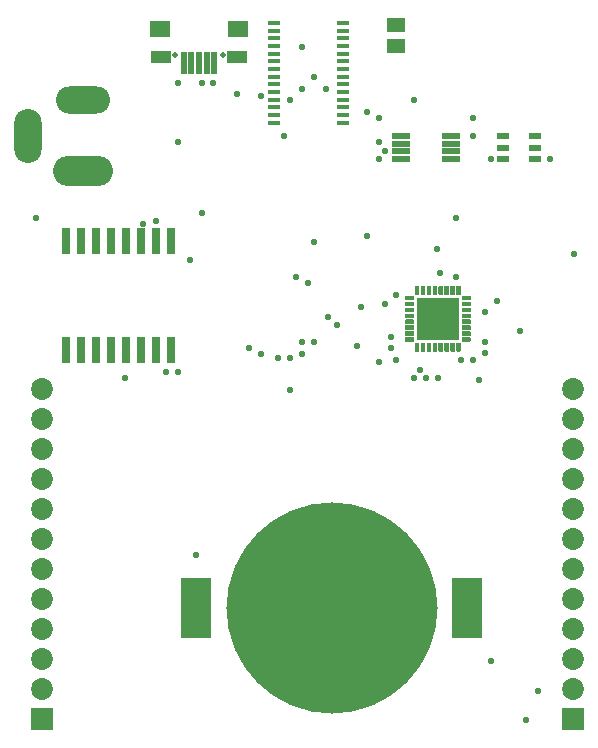
<source format=gts>
G04*
G04 #@! TF.GenerationSoftware,Altium Limited,Altium Designer,23.2.1 (34)*
G04*
G04 Layer_Color=8388736*
%FSLAX44Y44*%
%MOMM*%
G71*
G04*
G04 #@! TF.SameCoordinates,42A8F1EF-7107-4BB4-9A72-9FAECD8FE37F*
G04*
G04*
G04 #@! TF.FilePolarity,Negative*
G04*
G01*
G75*
%ADD22R,1.0033X0.5588*%
%ADD27R,0.6760X2.2760*%
%ADD28R,1.5260X1.2260*%
%ADD29R,0.9904X0.3808*%
%ADD30R,0.4760X1.9260*%
%ADD31R,1.7010X0.9760*%
%ADD32R,1.7660X1.3760*%
%ADD33R,2.5760X5.1760*%
%ADD34C,17.8760*%
G04:AMPARAMS|DCode=35|XSize=1.546mm|YSize=0.5306mm|CornerRadius=0.0948mm|HoleSize=0mm|Usage=FLASHONLY|Rotation=180.000|XOffset=0mm|YOffset=0mm|HoleType=Round|Shape=RoundedRectangle|*
%AMROUNDEDRECTD35*
21,1,1.5460,0.3410,0,0,180.0*
21,1,1.3564,0.5306,0,0,180.0*
1,1,0.1897,-0.6782,0.1705*
1,1,0.1897,0.6782,0.1705*
1,1,0.1897,0.6782,-0.1705*
1,1,0.1897,-0.6782,-0.1705*
%
%ADD35ROUNDEDRECTD35*%
%ADD36R,1.8540X1.8540*%
%ADD37C,1.8540*%
%ADD38C,0.5000*%
%ADD39O,5.0760X2.5760*%
%ADD40O,4.5760X2.3260*%
%ADD41O,2.3260X4.5760*%
%ADD42C,0.5760*%
G36*
X103976Y87699D02*
X104002Y87697D01*
X104028Y87694D01*
X104054Y87689D01*
X104079Y87683D01*
X104104Y87676D01*
X104129Y87667D01*
X104153Y87657D01*
X104177Y87646D01*
X104200Y87633D01*
X104222Y87619D01*
X104244Y87605D01*
X104265Y87589D01*
X104285Y87572D01*
X104304Y87554D01*
X104322Y87535D01*
X104339Y87515D01*
X104354Y87494D01*
X104369Y87472D01*
X104383Y87450D01*
X104396Y87427D01*
X104407Y87403D01*
X104417Y87379D01*
X104425Y87354D01*
X104433Y87329D01*
X104439Y87304D01*
X104444Y87278D01*
X104447Y87252D01*
X104449Y87226D01*
X104450Y87200D01*
Y80800D01*
X104449Y80774D01*
X104447Y80748D01*
X104444Y80722D01*
X104439Y80696D01*
X104433Y80671D01*
X104425Y80646D01*
X104417Y80621D01*
X104407Y80597D01*
X104396Y80573D01*
X104383Y80550D01*
X104369Y80528D01*
X104354Y80506D01*
X104339Y80485D01*
X104322Y80465D01*
X104304Y80446D01*
X104285Y80428D01*
X104265Y80411D01*
X104244Y80395D01*
X104222Y80381D01*
X104200Y80367D01*
X104177Y80354D01*
X104153Y80343D01*
X104129Y80333D01*
X104104Y80324D01*
X104079Y80317D01*
X104054Y80311D01*
X104028Y80306D01*
X104002Y80303D01*
X103976Y80301D01*
X103950Y80300D01*
X101050D01*
X101024Y80301D01*
X100998Y80303D01*
X100972Y80306D01*
X100946Y80311D01*
X100921Y80317D01*
X100896Y80324D01*
X100871Y80333D01*
X100847Y80343D01*
X100823Y80354D01*
X100800Y80367D01*
X100778Y80381D01*
X100756Y80395D01*
X100735Y80411D01*
X100715Y80428D01*
X100696Y80446D01*
X100678Y80465D01*
X100661Y80485D01*
X100646Y80506D01*
X100631Y80528D01*
X100617Y80550D01*
X100604Y80573D01*
X100593Y80597D01*
X100583Y80621D01*
X100575Y80646D01*
X100567Y80671D01*
X100561Y80696D01*
X100556Y80722D01*
X100553Y80748D01*
X100551Y80774D01*
X100550Y80800D01*
Y87200D01*
X100551Y87226D01*
X100553Y87252D01*
X100556Y87278D01*
X100561Y87304D01*
X100567Y87329D01*
X100575Y87354D01*
X100583Y87379D01*
X100593Y87403D01*
X100604Y87427D01*
X100617Y87450D01*
X100631Y87472D01*
X100646Y87494D01*
X100661Y87515D01*
X100678Y87535D01*
X100696Y87554D01*
X100715Y87572D01*
X100735Y87589D01*
X100756Y87605D01*
X100778Y87619D01*
X100800Y87633D01*
X100823Y87646D01*
X100847Y87657D01*
X100871Y87667D01*
X100896Y87676D01*
X100921Y87683D01*
X100946Y87689D01*
X100972Y87694D01*
X100998Y87697D01*
X101024Y87699D01*
X101050Y87700D01*
X103950D01*
X103976Y87699D01*
D02*
G37*
G36*
X98976D02*
X99002Y87697D01*
X99028Y87694D01*
X99054Y87689D01*
X99079Y87683D01*
X99104Y87676D01*
X99129Y87667D01*
X99153Y87657D01*
X99177Y87646D01*
X99200Y87633D01*
X99222Y87619D01*
X99244Y87605D01*
X99265Y87589D01*
X99285Y87572D01*
X99304Y87554D01*
X99322Y87535D01*
X99339Y87515D01*
X99354Y87494D01*
X99369Y87472D01*
X99383Y87450D01*
X99396Y87427D01*
X99407Y87403D01*
X99417Y87379D01*
X99425Y87354D01*
X99433Y87329D01*
X99439Y87304D01*
X99444Y87278D01*
X99447Y87252D01*
X99449Y87226D01*
X99450Y87200D01*
Y80800D01*
X99449Y80774D01*
X99447Y80748D01*
X99444Y80722D01*
X99439Y80696D01*
X99433Y80671D01*
X99425Y80646D01*
X99417Y80621D01*
X99407Y80597D01*
X99396Y80573D01*
X99383Y80550D01*
X99369Y80528D01*
X99354Y80506D01*
X99339Y80485D01*
X99322Y80465D01*
X99304Y80446D01*
X99285Y80428D01*
X99265Y80411D01*
X99244Y80395D01*
X99222Y80381D01*
X99200Y80367D01*
X99177Y80354D01*
X99153Y80343D01*
X99129Y80333D01*
X99104Y80324D01*
X99079Y80317D01*
X99054Y80311D01*
X99028Y80306D01*
X99002Y80303D01*
X98976Y80301D01*
X98950Y80300D01*
X96050D01*
X96024Y80301D01*
X95998Y80303D01*
X95972Y80306D01*
X95946Y80311D01*
X95921Y80317D01*
X95896Y80324D01*
X95871Y80333D01*
X95847Y80343D01*
X95823Y80354D01*
X95800Y80367D01*
X95778Y80381D01*
X95756Y80395D01*
X95735Y80411D01*
X95716Y80428D01*
X95696Y80446D01*
X95678Y80465D01*
X95661Y80485D01*
X95646Y80506D01*
X95631Y80528D01*
X95617Y80550D01*
X95604Y80573D01*
X95593Y80597D01*
X95583Y80621D01*
X95575Y80646D01*
X95567Y80671D01*
X95561Y80696D01*
X95556Y80722D01*
X95553Y80748D01*
X95551Y80774D01*
X95550Y80800D01*
Y87200D01*
X95551Y87226D01*
X95553Y87252D01*
X95556Y87278D01*
X95561Y87304D01*
X95567Y87329D01*
X95575Y87354D01*
X95583Y87379D01*
X95593Y87403D01*
X95604Y87427D01*
X95617Y87450D01*
X95631Y87472D01*
X95646Y87494D01*
X95661Y87515D01*
X95678Y87535D01*
X95696Y87554D01*
X95716Y87572D01*
X95735Y87589D01*
X95756Y87605D01*
X95778Y87619D01*
X95800Y87633D01*
X95823Y87646D01*
X95847Y87657D01*
X95871Y87667D01*
X95896Y87676D01*
X95921Y87683D01*
X95946Y87689D01*
X95972Y87694D01*
X95998Y87697D01*
X96024Y87699D01*
X96050Y87700D01*
X98950D01*
X98976Y87699D01*
D02*
G37*
G36*
X93976D02*
X94002Y87697D01*
X94028Y87694D01*
X94054Y87689D01*
X94079Y87683D01*
X94104Y87676D01*
X94129Y87667D01*
X94153Y87657D01*
X94177Y87646D01*
X94200Y87633D01*
X94222Y87619D01*
X94244Y87605D01*
X94265Y87589D01*
X94285Y87572D01*
X94304Y87554D01*
X94322Y87535D01*
X94339Y87515D01*
X94354Y87494D01*
X94369Y87472D01*
X94383Y87450D01*
X94396Y87427D01*
X94407Y87403D01*
X94417Y87379D01*
X94425Y87354D01*
X94433Y87329D01*
X94439Y87304D01*
X94444Y87278D01*
X94447Y87252D01*
X94449Y87226D01*
X94450Y87200D01*
Y80800D01*
X94449Y80774D01*
X94447Y80748D01*
X94444Y80722D01*
X94439Y80696D01*
X94433Y80671D01*
X94425Y80646D01*
X94417Y80621D01*
X94407Y80597D01*
X94396Y80573D01*
X94383Y80550D01*
X94369Y80528D01*
X94354Y80506D01*
X94339Y80485D01*
X94322Y80465D01*
X94304Y80446D01*
X94285Y80428D01*
X94265Y80411D01*
X94244Y80395D01*
X94222Y80381D01*
X94200Y80367D01*
X94177Y80354D01*
X94153Y80343D01*
X94129Y80333D01*
X94104Y80324D01*
X94079Y80317D01*
X94054Y80311D01*
X94028Y80306D01*
X94002Y80303D01*
X93976Y80301D01*
X93950Y80300D01*
X91050D01*
X91024Y80301D01*
X90998Y80303D01*
X90972Y80306D01*
X90946Y80311D01*
X90921Y80317D01*
X90896Y80324D01*
X90871Y80333D01*
X90847Y80343D01*
X90823Y80354D01*
X90800Y80367D01*
X90778Y80381D01*
X90756Y80395D01*
X90735Y80411D01*
X90715Y80428D01*
X90696Y80446D01*
X90678Y80465D01*
X90661Y80485D01*
X90646Y80506D01*
X90631Y80528D01*
X90617Y80550D01*
X90604Y80573D01*
X90593Y80597D01*
X90583Y80621D01*
X90575Y80646D01*
X90567Y80671D01*
X90561Y80696D01*
X90556Y80722D01*
X90553Y80748D01*
X90551Y80774D01*
X90550Y80800D01*
Y87200D01*
X90551Y87226D01*
X90553Y87252D01*
X90556Y87278D01*
X90561Y87304D01*
X90567Y87329D01*
X90575Y87354D01*
X90583Y87379D01*
X90593Y87403D01*
X90604Y87427D01*
X90617Y87450D01*
X90631Y87472D01*
X90646Y87494D01*
X90661Y87515D01*
X90678Y87535D01*
X90696Y87554D01*
X90715Y87572D01*
X90735Y87589D01*
X90756Y87605D01*
X90778Y87619D01*
X90800Y87633D01*
X90823Y87646D01*
X90847Y87657D01*
X90871Y87667D01*
X90896Y87676D01*
X90921Y87683D01*
X90946Y87689D01*
X90972Y87694D01*
X90998Y87697D01*
X91024Y87699D01*
X91050Y87700D01*
X93950D01*
X93976Y87699D01*
D02*
G37*
G36*
X88976D02*
X89002Y87697D01*
X89028Y87694D01*
X89054Y87689D01*
X89079Y87683D01*
X89104Y87676D01*
X89129Y87667D01*
X89153Y87657D01*
X89177Y87646D01*
X89200Y87633D01*
X89222Y87619D01*
X89244Y87605D01*
X89265Y87589D01*
X89285Y87572D01*
X89304Y87554D01*
X89322Y87535D01*
X89339Y87515D01*
X89354Y87494D01*
X89369Y87472D01*
X89383Y87450D01*
X89396Y87427D01*
X89407Y87403D01*
X89417Y87379D01*
X89425Y87354D01*
X89433Y87329D01*
X89439Y87304D01*
X89444Y87278D01*
X89447Y87252D01*
X89449Y87226D01*
X89450Y87200D01*
Y80800D01*
X89449Y80774D01*
X89447Y80748D01*
X89444Y80722D01*
X89439Y80696D01*
X89433Y80671D01*
X89425Y80646D01*
X89417Y80621D01*
X89407Y80597D01*
X89396Y80573D01*
X89383Y80550D01*
X89369Y80528D01*
X89354Y80506D01*
X89339Y80485D01*
X89322Y80465D01*
X89304Y80446D01*
X89285Y80428D01*
X89265Y80411D01*
X89244Y80395D01*
X89222Y80381D01*
X89200Y80367D01*
X89177Y80354D01*
X89153Y80343D01*
X89129Y80333D01*
X89104Y80324D01*
X89079Y80317D01*
X89054Y80311D01*
X89028Y80306D01*
X89002Y80303D01*
X88976Y80301D01*
X88950Y80300D01*
X86050D01*
X86024Y80301D01*
X85998Y80303D01*
X85972Y80306D01*
X85946Y80311D01*
X85921Y80317D01*
X85896Y80324D01*
X85871Y80333D01*
X85847Y80343D01*
X85823Y80354D01*
X85800Y80367D01*
X85778Y80381D01*
X85756Y80395D01*
X85735Y80411D01*
X85715Y80428D01*
X85696Y80446D01*
X85678Y80465D01*
X85661Y80485D01*
X85646Y80506D01*
X85631Y80528D01*
X85617Y80550D01*
X85604Y80573D01*
X85593Y80597D01*
X85583Y80621D01*
X85575Y80646D01*
X85567Y80671D01*
X85561Y80696D01*
X85556Y80722D01*
X85553Y80748D01*
X85551Y80774D01*
X85550Y80800D01*
Y87200D01*
X85551Y87226D01*
X85553Y87252D01*
X85556Y87278D01*
X85561Y87304D01*
X85567Y87329D01*
X85575Y87354D01*
X85583Y87379D01*
X85593Y87403D01*
X85604Y87427D01*
X85617Y87450D01*
X85631Y87472D01*
X85646Y87494D01*
X85661Y87515D01*
X85678Y87535D01*
X85696Y87554D01*
X85715Y87572D01*
X85735Y87589D01*
X85756Y87605D01*
X85778Y87619D01*
X85800Y87633D01*
X85823Y87646D01*
X85847Y87657D01*
X85871Y87667D01*
X85896Y87676D01*
X85921Y87683D01*
X85946Y87689D01*
X85972Y87694D01*
X85998Y87697D01*
X86024Y87699D01*
X86050Y87700D01*
X88950D01*
X88976Y87699D01*
D02*
G37*
G36*
X83976D02*
X84002Y87697D01*
X84028Y87694D01*
X84054Y87689D01*
X84079Y87683D01*
X84104Y87676D01*
X84129Y87667D01*
X84153Y87657D01*
X84177Y87646D01*
X84200Y87633D01*
X84222Y87619D01*
X84244Y87605D01*
X84265Y87589D01*
X84285Y87572D01*
X84304Y87554D01*
X84322Y87535D01*
X84339Y87515D01*
X84354Y87494D01*
X84369Y87472D01*
X84383Y87450D01*
X84396Y87427D01*
X84407Y87403D01*
X84417Y87379D01*
X84425Y87354D01*
X84433Y87329D01*
X84439Y87304D01*
X84444Y87278D01*
X84447Y87252D01*
X84449Y87226D01*
X84450Y87200D01*
Y80800D01*
X84449Y80774D01*
X84447Y80748D01*
X84444Y80722D01*
X84439Y80696D01*
X84433Y80671D01*
X84425Y80646D01*
X84417Y80621D01*
X84407Y80597D01*
X84396Y80573D01*
X84383Y80550D01*
X84369Y80528D01*
X84354Y80506D01*
X84339Y80485D01*
X84322Y80465D01*
X84304Y80446D01*
X84285Y80428D01*
X84265Y80411D01*
X84244Y80395D01*
X84222Y80381D01*
X84200Y80367D01*
X84177Y80354D01*
X84153Y80343D01*
X84129Y80333D01*
X84104Y80324D01*
X84079Y80317D01*
X84054Y80311D01*
X84028Y80306D01*
X84002Y80303D01*
X83976Y80301D01*
X83950Y80300D01*
X81050D01*
X81024Y80301D01*
X80998Y80303D01*
X80972Y80306D01*
X80946Y80311D01*
X80921Y80317D01*
X80896Y80324D01*
X80871Y80333D01*
X80847Y80343D01*
X80823Y80354D01*
X80800Y80367D01*
X80778Y80381D01*
X80756Y80395D01*
X80735Y80411D01*
X80715Y80428D01*
X80696Y80446D01*
X80678Y80465D01*
X80661Y80485D01*
X80646Y80506D01*
X80631Y80528D01*
X80617Y80550D01*
X80604Y80573D01*
X80593Y80597D01*
X80583Y80621D01*
X80575Y80646D01*
X80567Y80671D01*
X80561Y80696D01*
X80556Y80722D01*
X80553Y80748D01*
X80551Y80774D01*
X80550Y80800D01*
Y87200D01*
X80551Y87226D01*
X80553Y87252D01*
X80556Y87278D01*
X80561Y87304D01*
X80567Y87329D01*
X80575Y87354D01*
X80583Y87379D01*
X80593Y87403D01*
X80604Y87427D01*
X80617Y87450D01*
X80631Y87472D01*
X80646Y87494D01*
X80661Y87515D01*
X80678Y87535D01*
X80696Y87554D01*
X80715Y87572D01*
X80735Y87589D01*
X80756Y87605D01*
X80778Y87619D01*
X80800Y87633D01*
X80823Y87646D01*
X80847Y87657D01*
X80871Y87667D01*
X80896Y87676D01*
X80921Y87683D01*
X80946Y87689D01*
X80972Y87694D01*
X80998Y87697D01*
X81024Y87699D01*
X81050Y87700D01*
X83950D01*
X83976Y87699D01*
D02*
G37*
G36*
X78976D02*
X79002Y87697D01*
X79028Y87694D01*
X79054Y87689D01*
X79079Y87683D01*
X79104Y87676D01*
X79129Y87667D01*
X79153Y87657D01*
X79177Y87646D01*
X79200Y87633D01*
X79222Y87619D01*
X79244Y87605D01*
X79265Y87589D01*
X79285Y87572D01*
X79303Y87554D01*
X79322Y87535D01*
X79339Y87515D01*
X79355Y87494D01*
X79369Y87472D01*
X79383Y87450D01*
X79395Y87427D01*
X79407Y87403D01*
X79417Y87379D01*
X79426Y87354D01*
X79433Y87329D01*
X79439Y87304D01*
X79444Y87278D01*
X79447Y87252D01*
X79449Y87226D01*
X79450Y87200D01*
Y80800D01*
X79449Y80774D01*
X79447Y80748D01*
X79444Y80722D01*
X79439Y80696D01*
X79433Y80671D01*
X79426Y80646D01*
X79417Y80621D01*
X79407Y80597D01*
X79395Y80573D01*
X79383Y80550D01*
X79369Y80528D01*
X79355Y80506D01*
X79339Y80485D01*
X79322Y80465D01*
X79303Y80446D01*
X79285Y80428D01*
X79265Y80411D01*
X79244Y80395D01*
X79222Y80381D01*
X79200Y80367D01*
X79177Y80354D01*
X79153Y80343D01*
X79129Y80333D01*
X79104Y80324D01*
X79079Y80317D01*
X79054Y80311D01*
X79028Y80306D01*
X79002Y80303D01*
X78976Y80301D01*
X78950Y80300D01*
X76050D01*
X76024Y80301D01*
X75998Y80303D01*
X75972Y80306D01*
X75946Y80311D01*
X75921Y80317D01*
X75896Y80324D01*
X75871Y80333D01*
X75847Y80343D01*
X75823Y80354D01*
X75800Y80367D01*
X75778Y80381D01*
X75756Y80395D01*
X75735Y80411D01*
X75715Y80428D01*
X75696Y80446D01*
X75678Y80465D01*
X75661Y80485D01*
X75645Y80506D01*
X75631Y80528D01*
X75617Y80550D01*
X75605Y80573D01*
X75593Y80597D01*
X75583Y80621D01*
X75574Y80646D01*
X75567Y80671D01*
X75561Y80696D01*
X75556Y80722D01*
X75553Y80748D01*
X75551Y80774D01*
X75550Y80800D01*
Y87200D01*
X75551Y87226D01*
X75553Y87252D01*
X75556Y87278D01*
X75561Y87304D01*
X75567Y87329D01*
X75574Y87354D01*
X75583Y87379D01*
X75593Y87403D01*
X75605Y87427D01*
X75617Y87450D01*
X75631Y87472D01*
X75645Y87494D01*
X75661Y87515D01*
X75678Y87535D01*
X75696Y87554D01*
X75715Y87572D01*
X75735Y87589D01*
X75756Y87605D01*
X75778Y87619D01*
X75800Y87633D01*
X75823Y87646D01*
X75847Y87657D01*
X75871Y87667D01*
X75896Y87676D01*
X75921Y87683D01*
X75946Y87689D01*
X75972Y87694D01*
X75998Y87697D01*
X76024Y87699D01*
X76050Y87700D01*
X78950D01*
X78976Y87699D01*
D02*
G37*
G36*
X73976D02*
X74002Y87697D01*
X74028Y87694D01*
X74054Y87689D01*
X74079Y87683D01*
X74104Y87676D01*
X74129Y87667D01*
X74153Y87657D01*
X74177Y87646D01*
X74200Y87633D01*
X74222Y87619D01*
X74244Y87605D01*
X74265Y87589D01*
X74285Y87572D01*
X74304Y87554D01*
X74322Y87535D01*
X74339Y87515D01*
X74355Y87494D01*
X74369Y87472D01*
X74383Y87450D01*
X74395Y87427D01*
X74407Y87403D01*
X74417Y87379D01*
X74426Y87354D01*
X74433Y87329D01*
X74439Y87304D01*
X74444Y87278D01*
X74447Y87252D01*
X74449Y87226D01*
X74450Y87200D01*
Y80800D01*
X74449Y80774D01*
X74447Y80748D01*
X74444Y80722D01*
X74439Y80696D01*
X74433Y80671D01*
X74426Y80646D01*
X74417Y80621D01*
X74407Y80597D01*
X74395Y80573D01*
X74383Y80550D01*
X74369Y80528D01*
X74355Y80506D01*
X74339Y80485D01*
X74322Y80465D01*
X74304Y80446D01*
X74285Y80428D01*
X74265Y80411D01*
X74244Y80395D01*
X74222Y80381D01*
X74200Y80367D01*
X74177Y80354D01*
X74153Y80343D01*
X74129Y80333D01*
X74104Y80324D01*
X74079Y80317D01*
X74054Y80311D01*
X74028Y80306D01*
X74002Y80303D01*
X73976Y80301D01*
X73950Y80300D01*
X71050D01*
X71024Y80301D01*
X70998Y80303D01*
X70972Y80306D01*
X70946Y80311D01*
X70921Y80317D01*
X70896Y80324D01*
X70871Y80333D01*
X70847Y80343D01*
X70823Y80354D01*
X70800Y80367D01*
X70778Y80381D01*
X70756Y80395D01*
X70735Y80411D01*
X70715Y80428D01*
X70697Y80446D01*
X70678Y80465D01*
X70661Y80485D01*
X70645Y80506D01*
X70631Y80528D01*
X70617Y80550D01*
X70605Y80573D01*
X70593Y80597D01*
X70583Y80621D01*
X70574Y80646D01*
X70567Y80671D01*
X70561Y80696D01*
X70556Y80722D01*
X70553Y80748D01*
X70551Y80774D01*
X70550Y80800D01*
Y87200D01*
X70551Y87226D01*
X70553Y87252D01*
X70556Y87278D01*
X70561Y87304D01*
X70567Y87329D01*
X70574Y87354D01*
X70583Y87379D01*
X70593Y87403D01*
X70605Y87427D01*
X70617Y87450D01*
X70631Y87472D01*
X70645Y87494D01*
X70661Y87515D01*
X70678Y87535D01*
X70697Y87554D01*
X70715Y87572D01*
X70735Y87589D01*
X70756Y87605D01*
X70778Y87619D01*
X70800Y87633D01*
X70823Y87646D01*
X70847Y87657D01*
X70871Y87667D01*
X70896Y87676D01*
X70921Y87683D01*
X70946Y87689D01*
X70972Y87694D01*
X70998Y87697D01*
X71024Y87699D01*
X71050Y87700D01*
X73950D01*
X73976Y87699D01*
D02*
G37*
G36*
X68976D02*
X69002Y87697D01*
X69028Y87694D01*
X69054Y87689D01*
X69079Y87683D01*
X69104Y87676D01*
X69129Y87667D01*
X69153Y87657D01*
X69177Y87646D01*
X69200Y87633D01*
X69222Y87619D01*
X69244Y87605D01*
X69265Y87589D01*
X69285Y87572D01*
X69304Y87554D01*
X69322Y87535D01*
X69339Y87515D01*
X69355Y87494D01*
X69369Y87472D01*
X69383Y87450D01*
X69395Y87427D01*
X69407Y87403D01*
X69417Y87379D01*
X69426Y87354D01*
X69433Y87329D01*
X69439Y87304D01*
X69444Y87278D01*
X69447Y87252D01*
X69449Y87226D01*
X69450Y87200D01*
Y80800D01*
X69449Y80774D01*
X69447Y80748D01*
X69444Y80722D01*
X69439Y80696D01*
X69433Y80671D01*
X69426Y80646D01*
X69417Y80621D01*
X69407Y80597D01*
X69395Y80573D01*
X69383Y80550D01*
X69369Y80528D01*
X69355Y80506D01*
X69339Y80485D01*
X69322Y80465D01*
X69304Y80446D01*
X69285Y80428D01*
X69265Y80411D01*
X69244Y80395D01*
X69222Y80381D01*
X69200Y80367D01*
X69177Y80354D01*
X69153Y80343D01*
X69129Y80333D01*
X69104Y80324D01*
X69079Y80317D01*
X69054Y80311D01*
X69028Y80306D01*
X69002Y80303D01*
X68976Y80301D01*
X68950Y80300D01*
X66050D01*
X66024Y80301D01*
X65998Y80303D01*
X65972Y80306D01*
X65946Y80311D01*
X65921Y80317D01*
X65896Y80324D01*
X65871Y80333D01*
X65847Y80343D01*
X65823Y80354D01*
X65800Y80367D01*
X65778Y80381D01*
X65756Y80395D01*
X65735Y80411D01*
X65715Y80428D01*
X65697Y80446D01*
X65678Y80465D01*
X65661Y80485D01*
X65645Y80506D01*
X65631Y80528D01*
X65617Y80550D01*
X65605Y80573D01*
X65593Y80597D01*
X65583Y80621D01*
X65574Y80646D01*
X65567Y80671D01*
X65561Y80696D01*
X65556Y80722D01*
X65553Y80748D01*
X65551Y80774D01*
X65550Y80800D01*
Y87200D01*
X65551Y87226D01*
X65553Y87252D01*
X65556Y87278D01*
X65561Y87304D01*
X65567Y87329D01*
X65574Y87354D01*
X65583Y87379D01*
X65593Y87403D01*
X65605Y87427D01*
X65617Y87450D01*
X65631Y87472D01*
X65645Y87494D01*
X65661Y87515D01*
X65678Y87535D01*
X65697Y87554D01*
X65715Y87572D01*
X65735Y87589D01*
X65756Y87605D01*
X65778Y87619D01*
X65800Y87633D01*
X65823Y87646D01*
X65847Y87657D01*
X65871Y87667D01*
X65896Y87676D01*
X65921Y87683D01*
X65946Y87689D01*
X65972Y87694D01*
X65998Y87697D01*
X66024Y87699D01*
X66050Y87700D01*
X68950D01*
X68976Y87699D01*
D02*
G37*
G36*
X112226Y79449D02*
X112252Y79447D01*
X112278Y79444D01*
X112304Y79439D01*
X112329Y79433D01*
X112354Y79426D01*
X112379Y79417D01*
X112403Y79407D01*
X112427Y79395D01*
X112450Y79383D01*
X112472Y79369D01*
X112494Y79355D01*
X112515Y79339D01*
X112535Y79322D01*
X112554Y79303D01*
X112572Y79285D01*
X112589Y79265D01*
X112605Y79244D01*
X112619Y79222D01*
X112633Y79200D01*
X112646Y79177D01*
X112657Y79153D01*
X112667Y79129D01*
X112676Y79104D01*
X112683Y79079D01*
X112689Y79054D01*
X112694Y79028D01*
X112697Y79002D01*
X112699Y78976D01*
X112700Y78950D01*
Y76050D01*
X112699Y76024D01*
X112697Y75998D01*
X112694Y75972D01*
X112689Y75946D01*
X112683Y75921D01*
X112676Y75896D01*
X112667Y75871D01*
X112657Y75847D01*
X112646Y75823D01*
X112633Y75800D01*
X112619Y75778D01*
X112605Y75756D01*
X112589Y75735D01*
X112572Y75715D01*
X112554Y75696D01*
X112535Y75678D01*
X112515Y75661D01*
X112494Y75645D01*
X112472Y75631D01*
X112450Y75617D01*
X112427Y75605D01*
X112403Y75593D01*
X112379Y75583D01*
X112354Y75574D01*
X112329Y75567D01*
X112304Y75561D01*
X112278Y75556D01*
X112252Y75553D01*
X112226Y75551D01*
X112200Y75550D01*
X105800D01*
X105774Y75551D01*
X105748Y75553D01*
X105722Y75556D01*
X105696Y75561D01*
X105671Y75567D01*
X105646Y75574D01*
X105621Y75583D01*
X105597Y75593D01*
X105573Y75605D01*
X105550Y75617D01*
X105528Y75631D01*
X105506Y75645D01*
X105485Y75661D01*
X105465Y75678D01*
X105446Y75696D01*
X105428Y75715D01*
X105411Y75735D01*
X105395Y75756D01*
X105381Y75778D01*
X105367Y75800D01*
X105354Y75823D01*
X105343Y75847D01*
X105333Y75871D01*
X105324Y75896D01*
X105317Y75921D01*
X105311Y75946D01*
X105306Y75972D01*
X105303Y75998D01*
X105301Y76024D01*
X105300Y76050D01*
Y78950D01*
X105301Y78976D01*
X105303Y79002D01*
X105306Y79028D01*
X105311Y79054D01*
X105317Y79079D01*
X105324Y79104D01*
X105333Y79129D01*
X105343Y79153D01*
X105354Y79177D01*
X105367Y79200D01*
X105381Y79222D01*
X105395Y79244D01*
X105411Y79265D01*
X105428Y79285D01*
X105446Y79303D01*
X105465Y79322D01*
X105485Y79339D01*
X105506Y79355D01*
X105528Y79369D01*
X105550Y79383D01*
X105573Y79395D01*
X105597Y79407D01*
X105621Y79417D01*
X105646Y79426D01*
X105671Y79433D01*
X105696Y79439D01*
X105722Y79444D01*
X105748Y79447D01*
X105774Y79449D01*
X105800Y79450D01*
X112200D01*
X112226Y79449D01*
D02*
G37*
G36*
X64226D02*
X64252Y79447D01*
X64278Y79444D01*
X64304Y79439D01*
X64329Y79433D01*
X64355Y79426D01*
X64379Y79417D01*
X64403Y79407D01*
X64427Y79395D01*
X64450Y79383D01*
X64472Y79369D01*
X64494Y79355D01*
X64515Y79339D01*
X64535Y79322D01*
X64554Y79303D01*
X64572Y79285D01*
X64589Y79265D01*
X64605Y79244D01*
X64619Y79222D01*
X64633Y79200D01*
X64646Y79177D01*
X64657Y79153D01*
X64667Y79129D01*
X64675Y79104D01*
X64683Y79079D01*
X64689Y79054D01*
X64694Y79028D01*
X64697Y79002D01*
X64699Y78976D01*
X64700Y78950D01*
Y76050D01*
X64699Y76024D01*
X64697Y75998D01*
X64694Y75972D01*
X64689Y75946D01*
X64683Y75921D01*
X64675Y75896D01*
X64667Y75871D01*
X64657Y75847D01*
X64646Y75823D01*
X64633Y75800D01*
X64619Y75778D01*
X64605Y75756D01*
X64589Y75735D01*
X64572Y75715D01*
X64554Y75696D01*
X64535Y75678D01*
X64515Y75661D01*
X64494Y75645D01*
X64472Y75631D01*
X64450Y75617D01*
X64427Y75605D01*
X64403Y75593D01*
X64379Y75583D01*
X64355Y75574D01*
X64329Y75567D01*
X64304Y75561D01*
X64278Y75556D01*
X64252Y75553D01*
X64226Y75551D01*
X64200Y75550D01*
X57800D01*
X57774Y75551D01*
X57748Y75553D01*
X57722Y75556D01*
X57696Y75561D01*
X57671Y75567D01*
X57646Y75574D01*
X57621Y75583D01*
X57597Y75593D01*
X57573Y75605D01*
X57550Y75617D01*
X57528Y75631D01*
X57506Y75645D01*
X57485Y75661D01*
X57465Y75678D01*
X57446Y75696D01*
X57428Y75715D01*
X57411Y75735D01*
X57396Y75756D01*
X57381Y75778D01*
X57367Y75800D01*
X57354Y75823D01*
X57343Y75847D01*
X57333Y75871D01*
X57325Y75896D01*
X57317Y75921D01*
X57311Y75946D01*
X57306Y75972D01*
X57303Y75998D01*
X57301Y76024D01*
X57300Y76050D01*
Y78950D01*
X57301Y78976D01*
X57303Y79002D01*
X57306Y79028D01*
X57311Y79054D01*
X57317Y79079D01*
X57325Y79104D01*
X57333Y79129D01*
X57343Y79153D01*
X57354Y79177D01*
X57367Y79200D01*
X57381Y79222D01*
X57396Y79244D01*
X57411Y79265D01*
X57428Y79285D01*
X57446Y79303D01*
X57465Y79322D01*
X57485Y79339D01*
X57506Y79355D01*
X57528Y79369D01*
X57550Y79383D01*
X57573Y79395D01*
X57597Y79407D01*
X57621Y79417D01*
X57646Y79426D01*
X57671Y79433D01*
X57696Y79439D01*
X57722Y79444D01*
X57748Y79447D01*
X57774Y79449D01*
X57800Y79450D01*
X64200D01*
X64226Y79449D01*
D02*
G37*
G36*
X112226Y74449D02*
X112252Y74447D01*
X112278Y74444D01*
X112304Y74439D01*
X112329Y74433D01*
X112354Y74426D01*
X112379Y74417D01*
X112403Y74407D01*
X112427Y74395D01*
X112450Y74383D01*
X112472Y74369D01*
X112494Y74355D01*
X112515Y74339D01*
X112535Y74322D01*
X112554Y74304D01*
X112572Y74285D01*
X112589Y74265D01*
X112605Y74244D01*
X112619Y74222D01*
X112633Y74200D01*
X112646Y74177D01*
X112657Y74153D01*
X112667Y74129D01*
X112676Y74104D01*
X112683Y74079D01*
X112689Y74054D01*
X112694Y74028D01*
X112697Y74002D01*
X112699Y73976D01*
X112700Y73950D01*
Y71050D01*
X112699Y71024D01*
X112697Y70998D01*
X112694Y70972D01*
X112689Y70946D01*
X112683Y70921D01*
X112676Y70896D01*
X112667Y70871D01*
X112657Y70847D01*
X112646Y70823D01*
X112633Y70800D01*
X112619Y70778D01*
X112605Y70756D01*
X112589Y70735D01*
X112572Y70715D01*
X112554Y70697D01*
X112535Y70678D01*
X112515Y70661D01*
X112494Y70645D01*
X112472Y70631D01*
X112450Y70617D01*
X112427Y70605D01*
X112403Y70593D01*
X112379Y70583D01*
X112354Y70574D01*
X112329Y70567D01*
X112304Y70561D01*
X112278Y70556D01*
X112252Y70553D01*
X112226Y70551D01*
X112200Y70550D01*
X105800D01*
X105774Y70551D01*
X105748Y70553D01*
X105722Y70556D01*
X105696Y70561D01*
X105671Y70567D01*
X105646Y70574D01*
X105621Y70583D01*
X105597Y70593D01*
X105573Y70605D01*
X105550Y70617D01*
X105528Y70631D01*
X105506Y70645D01*
X105485Y70661D01*
X105465Y70678D01*
X105446Y70697D01*
X105428Y70715D01*
X105411Y70735D01*
X105395Y70756D01*
X105381Y70778D01*
X105367Y70800D01*
X105354Y70823D01*
X105343Y70847D01*
X105333Y70871D01*
X105324Y70896D01*
X105317Y70921D01*
X105311Y70946D01*
X105306Y70972D01*
X105303Y70998D01*
X105301Y71024D01*
X105300Y71050D01*
Y73950D01*
X105301Y73976D01*
X105303Y74002D01*
X105306Y74028D01*
X105311Y74054D01*
X105317Y74079D01*
X105324Y74104D01*
X105333Y74129D01*
X105343Y74153D01*
X105354Y74177D01*
X105367Y74200D01*
X105381Y74222D01*
X105395Y74244D01*
X105411Y74265D01*
X105428Y74285D01*
X105446Y74304D01*
X105465Y74322D01*
X105485Y74339D01*
X105506Y74355D01*
X105528Y74369D01*
X105550Y74383D01*
X105573Y74395D01*
X105597Y74407D01*
X105621Y74417D01*
X105646Y74426D01*
X105671Y74433D01*
X105696Y74439D01*
X105722Y74444D01*
X105748Y74447D01*
X105774Y74449D01*
X105800Y74450D01*
X112200D01*
X112226Y74449D01*
D02*
G37*
G36*
X64226D02*
X64252Y74447D01*
X64278Y74444D01*
X64304Y74439D01*
X64329Y74433D01*
X64355Y74426D01*
X64379Y74417D01*
X64403Y74407D01*
X64427Y74395D01*
X64450Y74383D01*
X64472Y74369D01*
X64494Y74355D01*
X64515Y74339D01*
X64535Y74322D01*
X64554Y74304D01*
X64572Y74285D01*
X64589Y74265D01*
X64605Y74244D01*
X64619Y74222D01*
X64633Y74200D01*
X64646Y74177D01*
X64657Y74153D01*
X64667Y74129D01*
X64675Y74104D01*
X64683Y74079D01*
X64689Y74054D01*
X64694Y74028D01*
X64697Y74002D01*
X64699Y73976D01*
X64700Y73950D01*
Y71050D01*
X64699Y71024D01*
X64697Y70998D01*
X64694Y70972D01*
X64689Y70946D01*
X64683Y70921D01*
X64675Y70896D01*
X64667Y70871D01*
X64657Y70847D01*
X64646Y70823D01*
X64633Y70800D01*
X64619Y70778D01*
X64605Y70756D01*
X64589Y70735D01*
X64572Y70715D01*
X64554Y70697D01*
X64535Y70678D01*
X64515Y70661D01*
X64494Y70645D01*
X64472Y70631D01*
X64450Y70617D01*
X64427Y70605D01*
X64403Y70593D01*
X64379Y70583D01*
X64355Y70574D01*
X64329Y70567D01*
X64304Y70561D01*
X64278Y70556D01*
X64252Y70553D01*
X64226Y70551D01*
X64200Y70550D01*
X57800D01*
X57774Y70551D01*
X57748Y70553D01*
X57722Y70556D01*
X57696Y70561D01*
X57671Y70567D01*
X57646Y70574D01*
X57621Y70583D01*
X57597Y70593D01*
X57573Y70605D01*
X57550Y70617D01*
X57528Y70631D01*
X57506Y70645D01*
X57485Y70661D01*
X57465Y70678D01*
X57446Y70697D01*
X57428Y70715D01*
X57411Y70735D01*
X57396Y70756D01*
X57381Y70778D01*
X57367Y70800D01*
X57354Y70823D01*
X57343Y70847D01*
X57333Y70871D01*
X57325Y70896D01*
X57317Y70921D01*
X57311Y70946D01*
X57306Y70972D01*
X57303Y70998D01*
X57301Y71024D01*
X57300Y71050D01*
Y73950D01*
X57301Y73976D01*
X57303Y74002D01*
X57306Y74028D01*
X57311Y74054D01*
X57317Y74079D01*
X57325Y74104D01*
X57333Y74129D01*
X57343Y74153D01*
X57354Y74177D01*
X57367Y74200D01*
X57381Y74222D01*
X57396Y74244D01*
X57411Y74265D01*
X57428Y74285D01*
X57446Y74304D01*
X57465Y74322D01*
X57485Y74339D01*
X57506Y74355D01*
X57528Y74369D01*
X57550Y74383D01*
X57573Y74395D01*
X57597Y74407D01*
X57621Y74417D01*
X57646Y74426D01*
X57671Y74433D01*
X57696Y74439D01*
X57722Y74444D01*
X57748Y74447D01*
X57774Y74449D01*
X57800Y74450D01*
X64200D01*
X64226Y74449D01*
D02*
G37*
G36*
X112226Y69449D02*
X112252Y69447D01*
X112278Y69444D01*
X112304Y69439D01*
X112329Y69433D01*
X112354Y69426D01*
X112379Y69417D01*
X112403Y69407D01*
X112427Y69395D01*
X112450Y69383D01*
X112472Y69369D01*
X112494Y69355D01*
X112515Y69339D01*
X112535Y69322D01*
X112554Y69304D01*
X112572Y69285D01*
X112589Y69265D01*
X112605Y69244D01*
X112619Y69222D01*
X112633Y69200D01*
X112646Y69177D01*
X112657Y69153D01*
X112667Y69129D01*
X112676Y69104D01*
X112683Y69079D01*
X112689Y69054D01*
X112694Y69028D01*
X112697Y69002D01*
X112699Y68976D01*
X112700Y68950D01*
Y66050D01*
X112699Y66024D01*
X112697Y65998D01*
X112694Y65972D01*
X112689Y65946D01*
X112683Y65921D01*
X112676Y65896D01*
X112667Y65871D01*
X112657Y65847D01*
X112646Y65823D01*
X112633Y65800D01*
X112619Y65778D01*
X112605Y65756D01*
X112589Y65735D01*
X112572Y65715D01*
X112554Y65697D01*
X112535Y65678D01*
X112515Y65661D01*
X112494Y65645D01*
X112472Y65631D01*
X112450Y65617D01*
X112427Y65605D01*
X112403Y65593D01*
X112379Y65583D01*
X112354Y65574D01*
X112329Y65567D01*
X112304Y65561D01*
X112278Y65556D01*
X112252Y65553D01*
X112226Y65551D01*
X112200Y65550D01*
X105800D01*
X105774Y65551D01*
X105748Y65553D01*
X105722Y65556D01*
X105696Y65561D01*
X105671Y65567D01*
X105646Y65574D01*
X105621Y65583D01*
X105597Y65593D01*
X105573Y65605D01*
X105550Y65617D01*
X105528Y65631D01*
X105506Y65645D01*
X105485Y65661D01*
X105465Y65678D01*
X105446Y65697D01*
X105428Y65715D01*
X105411Y65735D01*
X105395Y65756D01*
X105381Y65778D01*
X105367Y65800D01*
X105354Y65823D01*
X105343Y65847D01*
X105333Y65871D01*
X105324Y65896D01*
X105317Y65921D01*
X105311Y65946D01*
X105306Y65972D01*
X105303Y65998D01*
X105301Y66024D01*
X105300Y66050D01*
Y68950D01*
X105301Y68976D01*
X105303Y69002D01*
X105306Y69028D01*
X105311Y69054D01*
X105317Y69079D01*
X105324Y69104D01*
X105333Y69129D01*
X105343Y69153D01*
X105354Y69177D01*
X105367Y69200D01*
X105381Y69222D01*
X105395Y69244D01*
X105411Y69265D01*
X105428Y69285D01*
X105446Y69304D01*
X105465Y69322D01*
X105485Y69339D01*
X105506Y69355D01*
X105528Y69369D01*
X105550Y69383D01*
X105573Y69395D01*
X105597Y69407D01*
X105621Y69417D01*
X105646Y69426D01*
X105671Y69433D01*
X105696Y69439D01*
X105722Y69444D01*
X105748Y69447D01*
X105774Y69449D01*
X105800Y69450D01*
X112200D01*
X112226Y69449D01*
D02*
G37*
G36*
X64226D02*
X64252Y69447D01*
X64278Y69444D01*
X64304Y69439D01*
X64329Y69433D01*
X64355Y69426D01*
X64379Y69417D01*
X64403Y69407D01*
X64427Y69395D01*
X64450Y69383D01*
X64472Y69369D01*
X64494Y69355D01*
X64515Y69339D01*
X64535Y69322D01*
X64554Y69304D01*
X64572Y69285D01*
X64589Y69265D01*
X64605Y69244D01*
X64619Y69222D01*
X64633Y69200D01*
X64646Y69177D01*
X64657Y69153D01*
X64667Y69129D01*
X64675Y69104D01*
X64683Y69079D01*
X64689Y69054D01*
X64694Y69028D01*
X64697Y69002D01*
X64699Y68976D01*
X64700Y68950D01*
Y66050D01*
X64699Y66024D01*
X64697Y65998D01*
X64694Y65972D01*
X64689Y65946D01*
X64683Y65921D01*
X64675Y65896D01*
X64667Y65871D01*
X64657Y65847D01*
X64646Y65823D01*
X64633Y65800D01*
X64619Y65778D01*
X64605Y65756D01*
X64589Y65735D01*
X64572Y65715D01*
X64554Y65697D01*
X64535Y65678D01*
X64515Y65661D01*
X64494Y65645D01*
X64472Y65631D01*
X64450Y65617D01*
X64427Y65605D01*
X64403Y65593D01*
X64379Y65583D01*
X64355Y65574D01*
X64329Y65567D01*
X64304Y65561D01*
X64278Y65556D01*
X64252Y65553D01*
X64226Y65551D01*
X64200Y65550D01*
X57800D01*
X57774Y65551D01*
X57748Y65553D01*
X57722Y65556D01*
X57696Y65561D01*
X57671Y65567D01*
X57646Y65574D01*
X57621Y65583D01*
X57597Y65593D01*
X57573Y65605D01*
X57550Y65617D01*
X57528Y65631D01*
X57506Y65645D01*
X57485Y65661D01*
X57465Y65678D01*
X57446Y65697D01*
X57428Y65715D01*
X57411Y65735D01*
X57396Y65756D01*
X57381Y65778D01*
X57367Y65800D01*
X57354Y65823D01*
X57343Y65847D01*
X57333Y65871D01*
X57325Y65896D01*
X57317Y65921D01*
X57311Y65946D01*
X57306Y65972D01*
X57303Y65998D01*
X57301Y66024D01*
X57300Y66050D01*
Y68950D01*
X57301Y68976D01*
X57303Y69002D01*
X57306Y69028D01*
X57311Y69054D01*
X57317Y69079D01*
X57325Y69104D01*
X57333Y69129D01*
X57343Y69153D01*
X57354Y69177D01*
X57367Y69200D01*
X57381Y69222D01*
X57396Y69244D01*
X57411Y69265D01*
X57428Y69285D01*
X57446Y69304D01*
X57465Y69322D01*
X57485Y69339D01*
X57506Y69355D01*
X57528Y69369D01*
X57550Y69383D01*
X57573Y69395D01*
X57597Y69407D01*
X57621Y69417D01*
X57646Y69426D01*
X57671Y69433D01*
X57696Y69439D01*
X57722Y69444D01*
X57748Y69447D01*
X57774Y69449D01*
X57800Y69450D01*
X64200D01*
X64226Y69449D01*
D02*
G37*
G36*
X112226Y64449D02*
X112252Y64447D01*
X112278Y64444D01*
X112304Y64439D01*
X112329Y64433D01*
X112354Y64426D01*
X112379Y64417D01*
X112403Y64407D01*
X112427Y64395D01*
X112450Y64383D01*
X112472Y64369D01*
X112494Y64355D01*
X112515Y64339D01*
X112535Y64322D01*
X112554Y64304D01*
X112572Y64285D01*
X112589Y64265D01*
X112605Y64244D01*
X112619Y64222D01*
X112633Y64200D01*
X112646Y64177D01*
X112657Y64153D01*
X112667Y64129D01*
X112676Y64104D01*
X112683Y64079D01*
X112689Y64054D01*
X112694Y64028D01*
X112697Y64002D01*
X112699Y63976D01*
X112700Y63950D01*
Y61050D01*
X112699Y61024D01*
X112697Y60998D01*
X112694Y60972D01*
X112689Y60946D01*
X112683Y60921D01*
X112676Y60896D01*
X112667Y60871D01*
X112657Y60847D01*
X112646Y60823D01*
X112633Y60800D01*
X112619Y60778D01*
X112605Y60756D01*
X112589Y60735D01*
X112572Y60715D01*
X112554Y60696D01*
X112535Y60678D01*
X112515Y60661D01*
X112494Y60645D01*
X112472Y60631D01*
X112450Y60617D01*
X112427Y60605D01*
X112403Y60593D01*
X112379Y60583D01*
X112354Y60574D01*
X112329Y60567D01*
X112304Y60561D01*
X112278Y60556D01*
X112252Y60553D01*
X112226Y60551D01*
X112200Y60550D01*
X105800D01*
X105774Y60551D01*
X105748Y60553D01*
X105722Y60556D01*
X105696Y60561D01*
X105671Y60567D01*
X105646Y60574D01*
X105621Y60583D01*
X105597Y60593D01*
X105573Y60605D01*
X105550Y60617D01*
X105528Y60631D01*
X105506Y60645D01*
X105485Y60661D01*
X105465Y60678D01*
X105446Y60696D01*
X105428Y60715D01*
X105411Y60735D01*
X105395Y60756D01*
X105381Y60778D01*
X105367Y60800D01*
X105354Y60823D01*
X105343Y60847D01*
X105333Y60871D01*
X105324Y60896D01*
X105317Y60921D01*
X105311Y60946D01*
X105306Y60972D01*
X105303Y60998D01*
X105301Y61024D01*
X105300Y61050D01*
Y63950D01*
X105301Y63976D01*
X105303Y64002D01*
X105306Y64028D01*
X105311Y64054D01*
X105317Y64079D01*
X105324Y64104D01*
X105333Y64129D01*
X105343Y64153D01*
X105354Y64177D01*
X105367Y64200D01*
X105381Y64222D01*
X105395Y64244D01*
X105411Y64265D01*
X105428Y64285D01*
X105446Y64304D01*
X105465Y64322D01*
X105485Y64339D01*
X105506Y64355D01*
X105528Y64369D01*
X105550Y64383D01*
X105573Y64395D01*
X105597Y64407D01*
X105621Y64417D01*
X105646Y64426D01*
X105671Y64433D01*
X105696Y64439D01*
X105722Y64444D01*
X105748Y64447D01*
X105774Y64449D01*
X105800Y64450D01*
X112200D01*
X112226Y64449D01*
D02*
G37*
G36*
X64226D02*
X64252Y64447D01*
X64278Y64444D01*
X64304Y64439D01*
X64329Y64433D01*
X64355Y64426D01*
X64379Y64417D01*
X64403Y64407D01*
X64427Y64395D01*
X64450Y64383D01*
X64472Y64369D01*
X64494Y64355D01*
X64515Y64339D01*
X64535Y64322D01*
X64554Y64304D01*
X64572Y64285D01*
X64589Y64265D01*
X64605Y64244D01*
X64619Y64222D01*
X64633Y64200D01*
X64646Y64177D01*
X64657Y64153D01*
X64667Y64129D01*
X64675Y64104D01*
X64683Y64079D01*
X64689Y64054D01*
X64694Y64028D01*
X64697Y64002D01*
X64699Y63976D01*
X64700Y63950D01*
Y61050D01*
X64699Y61024D01*
X64697Y60998D01*
X64694Y60972D01*
X64689Y60946D01*
X64683Y60921D01*
X64675Y60896D01*
X64667Y60871D01*
X64657Y60847D01*
X64646Y60823D01*
X64633Y60800D01*
X64619Y60778D01*
X64605Y60756D01*
X64589Y60735D01*
X64572Y60715D01*
X64554Y60696D01*
X64535Y60678D01*
X64515Y60661D01*
X64494Y60645D01*
X64472Y60631D01*
X64450Y60617D01*
X64427Y60605D01*
X64403Y60593D01*
X64379Y60583D01*
X64355Y60574D01*
X64329Y60567D01*
X64304Y60561D01*
X64278Y60556D01*
X64252Y60553D01*
X64226Y60551D01*
X64200Y60550D01*
X57800D01*
X57774Y60551D01*
X57748Y60553D01*
X57722Y60556D01*
X57696Y60561D01*
X57671Y60567D01*
X57646Y60574D01*
X57621Y60583D01*
X57597Y60593D01*
X57573Y60605D01*
X57550Y60617D01*
X57528Y60631D01*
X57506Y60645D01*
X57485Y60661D01*
X57465Y60678D01*
X57446Y60696D01*
X57428Y60715D01*
X57411Y60735D01*
X57396Y60756D01*
X57381Y60778D01*
X57367Y60800D01*
X57354Y60823D01*
X57343Y60847D01*
X57333Y60871D01*
X57325Y60896D01*
X57317Y60921D01*
X57311Y60946D01*
X57306Y60972D01*
X57303Y60998D01*
X57301Y61024D01*
X57300Y61050D01*
Y63950D01*
X57301Y63976D01*
X57303Y64002D01*
X57306Y64028D01*
X57311Y64054D01*
X57317Y64079D01*
X57325Y64104D01*
X57333Y64129D01*
X57343Y64153D01*
X57354Y64177D01*
X57367Y64200D01*
X57381Y64222D01*
X57396Y64244D01*
X57411Y64265D01*
X57428Y64285D01*
X57446Y64304D01*
X57465Y64322D01*
X57485Y64339D01*
X57506Y64355D01*
X57528Y64369D01*
X57550Y64383D01*
X57573Y64395D01*
X57597Y64407D01*
X57621Y64417D01*
X57646Y64426D01*
X57671Y64433D01*
X57696Y64439D01*
X57722Y64444D01*
X57748Y64447D01*
X57774Y64449D01*
X57800Y64450D01*
X64200D01*
X64226Y64449D01*
D02*
G37*
G36*
X112226Y59449D02*
X112252Y59447D01*
X112278Y59444D01*
X112304Y59439D01*
X112329Y59433D01*
X112354Y59426D01*
X112379Y59417D01*
X112403Y59407D01*
X112427Y59395D01*
X112450Y59383D01*
X112472Y59369D01*
X112494Y59355D01*
X112515Y59339D01*
X112535Y59322D01*
X112554Y59304D01*
X112572Y59285D01*
X112589Y59265D01*
X112605Y59244D01*
X112619Y59222D01*
X112633Y59200D01*
X112646Y59177D01*
X112657Y59153D01*
X112667Y59129D01*
X112676Y59104D01*
X112683Y59079D01*
X112689Y59054D01*
X112694Y59028D01*
X112697Y59002D01*
X112699Y58976D01*
X112700Y58950D01*
Y56050D01*
X112699Y56024D01*
X112697Y55998D01*
X112694Y55972D01*
X112689Y55946D01*
X112683Y55921D01*
X112676Y55896D01*
X112667Y55871D01*
X112657Y55847D01*
X112646Y55823D01*
X112633Y55800D01*
X112619Y55778D01*
X112605Y55756D01*
X112589Y55735D01*
X112572Y55715D01*
X112554Y55697D01*
X112535Y55678D01*
X112515Y55661D01*
X112494Y55645D01*
X112472Y55631D01*
X112450Y55617D01*
X112427Y55605D01*
X112403Y55593D01*
X112379Y55583D01*
X112354Y55574D01*
X112329Y55567D01*
X112304Y55561D01*
X112278Y55556D01*
X112252Y55553D01*
X112226Y55551D01*
X112200Y55550D01*
X105800D01*
X105774Y55551D01*
X105748Y55553D01*
X105722Y55556D01*
X105696Y55561D01*
X105671Y55567D01*
X105646Y55574D01*
X105621Y55583D01*
X105597Y55593D01*
X105573Y55605D01*
X105550Y55617D01*
X105528Y55631D01*
X105506Y55645D01*
X105485Y55661D01*
X105465Y55678D01*
X105446Y55697D01*
X105428Y55715D01*
X105411Y55735D01*
X105395Y55756D01*
X105381Y55778D01*
X105367Y55800D01*
X105354Y55823D01*
X105343Y55847D01*
X105333Y55871D01*
X105324Y55896D01*
X105317Y55921D01*
X105311Y55946D01*
X105306Y55972D01*
X105303Y55998D01*
X105301Y56024D01*
X105300Y56050D01*
Y58950D01*
X105301Y58976D01*
X105303Y59002D01*
X105306Y59028D01*
X105311Y59054D01*
X105317Y59079D01*
X105324Y59104D01*
X105333Y59129D01*
X105343Y59153D01*
X105354Y59177D01*
X105367Y59200D01*
X105381Y59222D01*
X105395Y59244D01*
X105411Y59265D01*
X105428Y59285D01*
X105446Y59304D01*
X105465Y59322D01*
X105485Y59339D01*
X105506Y59355D01*
X105528Y59369D01*
X105550Y59383D01*
X105573Y59395D01*
X105597Y59407D01*
X105621Y59417D01*
X105646Y59426D01*
X105671Y59433D01*
X105696Y59439D01*
X105722Y59444D01*
X105748Y59447D01*
X105774Y59449D01*
X105800Y59450D01*
X112200D01*
X112226Y59449D01*
D02*
G37*
G36*
X64226D02*
X64252Y59447D01*
X64278Y59444D01*
X64304Y59439D01*
X64329Y59433D01*
X64355Y59426D01*
X64379Y59417D01*
X64403Y59407D01*
X64427Y59395D01*
X64450Y59383D01*
X64472Y59369D01*
X64494Y59355D01*
X64515Y59339D01*
X64535Y59322D01*
X64554Y59304D01*
X64572Y59285D01*
X64589Y59265D01*
X64605Y59244D01*
X64619Y59222D01*
X64633Y59200D01*
X64646Y59177D01*
X64657Y59153D01*
X64667Y59129D01*
X64675Y59104D01*
X64683Y59079D01*
X64689Y59054D01*
X64694Y59028D01*
X64697Y59002D01*
X64699Y58976D01*
X64700Y58950D01*
Y56050D01*
X64699Y56024D01*
X64697Y55998D01*
X64694Y55972D01*
X64689Y55946D01*
X64683Y55921D01*
X64675Y55896D01*
X64667Y55871D01*
X64657Y55847D01*
X64646Y55823D01*
X64633Y55800D01*
X64619Y55778D01*
X64605Y55756D01*
X64589Y55735D01*
X64572Y55715D01*
X64554Y55697D01*
X64535Y55678D01*
X64515Y55661D01*
X64494Y55645D01*
X64472Y55631D01*
X64450Y55617D01*
X64427Y55605D01*
X64403Y55593D01*
X64379Y55583D01*
X64355Y55574D01*
X64329Y55567D01*
X64304Y55561D01*
X64278Y55556D01*
X64252Y55553D01*
X64226Y55551D01*
X64200Y55550D01*
X57800D01*
X57774Y55551D01*
X57748Y55553D01*
X57722Y55556D01*
X57696Y55561D01*
X57671Y55567D01*
X57646Y55574D01*
X57621Y55583D01*
X57597Y55593D01*
X57573Y55605D01*
X57550Y55617D01*
X57528Y55631D01*
X57506Y55645D01*
X57485Y55661D01*
X57465Y55678D01*
X57446Y55697D01*
X57428Y55715D01*
X57411Y55735D01*
X57396Y55756D01*
X57381Y55778D01*
X57367Y55800D01*
X57354Y55823D01*
X57343Y55847D01*
X57333Y55871D01*
X57325Y55896D01*
X57317Y55921D01*
X57311Y55946D01*
X57306Y55972D01*
X57303Y55998D01*
X57301Y56024D01*
X57300Y56050D01*
Y58950D01*
X57301Y58976D01*
X57303Y59002D01*
X57306Y59028D01*
X57311Y59054D01*
X57317Y59079D01*
X57325Y59104D01*
X57333Y59129D01*
X57343Y59153D01*
X57354Y59177D01*
X57367Y59200D01*
X57381Y59222D01*
X57396Y59244D01*
X57411Y59265D01*
X57428Y59285D01*
X57446Y59304D01*
X57465Y59322D01*
X57485Y59339D01*
X57506Y59355D01*
X57528Y59369D01*
X57550Y59383D01*
X57573Y59395D01*
X57597Y59407D01*
X57621Y59417D01*
X57646Y59426D01*
X57671Y59433D01*
X57696Y59439D01*
X57722Y59444D01*
X57748Y59447D01*
X57774Y59449D01*
X57800Y59450D01*
X64200D01*
X64226Y59449D01*
D02*
G37*
G36*
X112226Y54449D02*
X112252Y54447D01*
X112278Y54444D01*
X112304Y54439D01*
X112329Y54433D01*
X112354Y54426D01*
X112379Y54417D01*
X112403Y54407D01*
X112427Y54395D01*
X112450Y54383D01*
X112472Y54369D01*
X112494Y54355D01*
X112515Y54339D01*
X112535Y54322D01*
X112554Y54303D01*
X112572Y54285D01*
X112589Y54265D01*
X112605Y54244D01*
X112619Y54222D01*
X112633Y54200D01*
X112646Y54177D01*
X112657Y54153D01*
X112667Y54129D01*
X112676Y54104D01*
X112683Y54079D01*
X112689Y54054D01*
X112694Y54028D01*
X112697Y54002D01*
X112699Y53976D01*
X112700Y53950D01*
Y51050D01*
X112699Y51024D01*
X112697Y50998D01*
X112694Y50972D01*
X112689Y50946D01*
X112683Y50921D01*
X112676Y50896D01*
X112667Y50871D01*
X112657Y50847D01*
X112646Y50823D01*
X112633Y50800D01*
X112619Y50778D01*
X112605Y50756D01*
X112589Y50735D01*
X112572Y50715D01*
X112554Y50696D01*
X112535Y50678D01*
X112515Y50661D01*
X112494Y50645D01*
X112472Y50631D01*
X112450Y50617D01*
X112427Y50605D01*
X112403Y50593D01*
X112379Y50583D01*
X112354Y50574D01*
X112329Y50567D01*
X112304Y50561D01*
X112278Y50556D01*
X112252Y50553D01*
X112226Y50551D01*
X112200Y50550D01*
X105800D01*
X105774Y50551D01*
X105748Y50553D01*
X105722Y50556D01*
X105696Y50561D01*
X105671Y50567D01*
X105646Y50574D01*
X105621Y50583D01*
X105597Y50593D01*
X105573Y50605D01*
X105550Y50617D01*
X105528Y50631D01*
X105506Y50645D01*
X105485Y50661D01*
X105465Y50678D01*
X105446Y50696D01*
X105428Y50715D01*
X105411Y50735D01*
X105395Y50756D01*
X105381Y50778D01*
X105367Y50800D01*
X105354Y50823D01*
X105343Y50847D01*
X105333Y50871D01*
X105324Y50896D01*
X105317Y50921D01*
X105311Y50946D01*
X105306Y50972D01*
X105303Y50998D01*
X105301Y51024D01*
X105300Y51050D01*
Y53950D01*
X105301Y53976D01*
X105303Y54002D01*
X105306Y54028D01*
X105311Y54054D01*
X105317Y54079D01*
X105324Y54104D01*
X105333Y54129D01*
X105343Y54153D01*
X105354Y54177D01*
X105367Y54200D01*
X105381Y54222D01*
X105395Y54244D01*
X105411Y54265D01*
X105428Y54285D01*
X105446Y54303D01*
X105465Y54322D01*
X105485Y54339D01*
X105506Y54355D01*
X105528Y54369D01*
X105550Y54383D01*
X105573Y54395D01*
X105597Y54407D01*
X105621Y54417D01*
X105646Y54426D01*
X105671Y54433D01*
X105696Y54439D01*
X105722Y54444D01*
X105748Y54447D01*
X105774Y54449D01*
X105800Y54450D01*
X112200D01*
X112226Y54449D01*
D02*
G37*
G36*
X64226D02*
X64252Y54447D01*
X64278Y54444D01*
X64304Y54439D01*
X64329Y54433D01*
X64355Y54426D01*
X64379Y54417D01*
X64403Y54407D01*
X64427Y54395D01*
X64450Y54383D01*
X64472Y54369D01*
X64494Y54355D01*
X64515Y54339D01*
X64535Y54322D01*
X64554Y54303D01*
X64572Y54285D01*
X64589Y54265D01*
X64605Y54244D01*
X64619Y54222D01*
X64633Y54200D01*
X64646Y54177D01*
X64657Y54153D01*
X64667Y54129D01*
X64675Y54104D01*
X64683Y54079D01*
X64689Y54054D01*
X64694Y54028D01*
X64697Y54002D01*
X64699Y53976D01*
X64700Y53950D01*
Y51050D01*
X64699Y51024D01*
X64697Y50998D01*
X64694Y50972D01*
X64689Y50946D01*
X64683Y50921D01*
X64675Y50896D01*
X64667Y50871D01*
X64657Y50847D01*
X64646Y50823D01*
X64633Y50800D01*
X64619Y50778D01*
X64605Y50756D01*
X64589Y50735D01*
X64572Y50715D01*
X64554Y50696D01*
X64535Y50678D01*
X64515Y50661D01*
X64494Y50645D01*
X64472Y50631D01*
X64450Y50617D01*
X64427Y50605D01*
X64403Y50593D01*
X64379Y50583D01*
X64355Y50574D01*
X64329Y50567D01*
X64304Y50561D01*
X64278Y50556D01*
X64252Y50553D01*
X64226Y50551D01*
X64200Y50550D01*
X57800D01*
X57774Y50551D01*
X57748Y50553D01*
X57722Y50556D01*
X57696Y50561D01*
X57671Y50567D01*
X57646Y50574D01*
X57621Y50583D01*
X57597Y50593D01*
X57573Y50605D01*
X57550Y50617D01*
X57528Y50631D01*
X57506Y50645D01*
X57485Y50661D01*
X57465Y50678D01*
X57446Y50696D01*
X57428Y50715D01*
X57411Y50735D01*
X57396Y50756D01*
X57381Y50778D01*
X57367Y50800D01*
X57354Y50823D01*
X57343Y50847D01*
X57333Y50871D01*
X57325Y50896D01*
X57317Y50921D01*
X57311Y50946D01*
X57306Y50972D01*
X57303Y50998D01*
X57301Y51024D01*
X57300Y51050D01*
Y53950D01*
X57301Y53976D01*
X57303Y54002D01*
X57306Y54028D01*
X57311Y54054D01*
X57317Y54079D01*
X57325Y54104D01*
X57333Y54129D01*
X57343Y54153D01*
X57354Y54177D01*
X57367Y54200D01*
X57381Y54222D01*
X57396Y54244D01*
X57411Y54265D01*
X57428Y54285D01*
X57446Y54303D01*
X57465Y54322D01*
X57485Y54339D01*
X57506Y54355D01*
X57528Y54369D01*
X57550Y54383D01*
X57573Y54395D01*
X57597Y54407D01*
X57621Y54417D01*
X57646Y54426D01*
X57671Y54433D01*
X57696Y54439D01*
X57722Y54444D01*
X57748Y54447D01*
X57774Y54449D01*
X57800Y54450D01*
X64200D01*
X64226Y54449D01*
D02*
G37*
G36*
X112226Y49449D02*
X112252Y49447D01*
X112278Y49444D01*
X112304Y49439D01*
X112329Y49433D01*
X112354Y49426D01*
X112379Y49417D01*
X112403Y49407D01*
X112427Y49395D01*
X112450Y49383D01*
X112472Y49369D01*
X112494Y49355D01*
X112515Y49339D01*
X112535Y49322D01*
X112554Y49304D01*
X112572Y49285D01*
X112589Y49265D01*
X112605Y49244D01*
X112619Y49222D01*
X112633Y49200D01*
X112646Y49177D01*
X112657Y49153D01*
X112667Y49129D01*
X112676Y49104D01*
X112683Y49079D01*
X112689Y49054D01*
X112694Y49028D01*
X112697Y49002D01*
X112699Y48976D01*
X112700Y48950D01*
Y46050D01*
X112699Y46024D01*
X112697Y45998D01*
X112694Y45972D01*
X112689Y45946D01*
X112683Y45921D01*
X112676Y45896D01*
X112667Y45871D01*
X112657Y45847D01*
X112646Y45823D01*
X112633Y45800D01*
X112619Y45778D01*
X112605Y45756D01*
X112589Y45735D01*
X112572Y45715D01*
X112554Y45697D01*
X112535Y45678D01*
X112515Y45661D01*
X112494Y45645D01*
X112472Y45631D01*
X112450Y45617D01*
X112427Y45605D01*
X112403Y45593D01*
X112379Y45583D01*
X112354Y45574D01*
X112329Y45567D01*
X112304Y45561D01*
X112278Y45556D01*
X112252Y45553D01*
X112226Y45551D01*
X112200Y45550D01*
X105800D01*
X105774Y45551D01*
X105748Y45553D01*
X105722Y45556D01*
X105696Y45561D01*
X105671Y45567D01*
X105646Y45574D01*
X105621Y45583D01*
X105597Y45593D01*
X105573Y45605D01*
X105550Y45617D01*
X105528Y45631D01*
X105506Y45645D01*
X105485Y45661D01*
X105465Y45678D01*
X105446Y45697D01*
X105428Y45715D01*
X105411Y45735D01*
X105395Y45756D01*
X105381Y45778D01*
X105367Y45800D01*
X105354Y45823D01*
X105343Y45847D01*
X105333Y45871D01*
X105324Y45896D01*
X105317Y45921D01*
X105311Y45946D01*
X105306Y45972D01*
X105303Y45998D01*
X105301Y46024D01*
X105300Y46050D01*
Y48950D01*
X105301Y48976D01*
X105303Y49002D01*
X105306Y49028D01*
X105311Y49054D01*
X105317Y49079D01*
X105324Y49104D01*
X105333Y49129D01*
X105343Y49153D01*
X105354Y49177D01*
X105367Y49200D01*
X105381Y49222D01*
X105395Y49244D01*
X105411Y49265D01*
X105428Y49285D01*
X105446Y49304D01*
X105465Y49322D01*
X105485Y49339D01*
X105506Y49355D01*
X105528Y49369D01*
X105550Y49383D01*
X105573Y49395D01*
X105597Y49407D01*
X105621Y49417D01*
X105646Y49426D01*
X105671Y49433D01*
X105696Y49439D01*
X105722Y49444D01*
X105748Y49447D01*
X105774Y49449D01*
X105800Y49450D01*
X112200D01*
X112226Y49449D01*
D02*
G37*
G36*
X64226D02*
X64252Y49447D01*
X64278Y49444D01*
X64304Y49439D01*
X64329Y49433D01*
X64355Y49426D01*
X64379Y49417D01*
X64403Y49407D01*
X64427Y49395D01*
X64450Y49383D01*
X64472Y49369D01*
X64494Y49355D01*
X64515Y49339D01*
X64535Y49322D01*
X64554Y49304D01*
X64572Y49285D01*
X64589Y49265D01*
X64605Y49244D01*
X64619Y49222D01*
X64633Y49200D01*
X64646Y49177D01*
X64657Y49153D01*
X64667Y49129D01*
X64675Y49104D01*
X64683Y49079D01*
X64689Y49054D01*
X64694Y49028D01*
X64697Y49002D01*
X64699Y48976D01*
X64700Y48950D01*
Y46050D01*
X64699Y46024D01*
X64697Y45998D01*
X64694Y45972D01*
X64689Y45946D01*
X64683Y45921D01*
X64675Y45896D01*
X64667Y45871D01*
X64657Y45847D01*
X64646Y45823D01*
X64633Y45800D01*
X64619Y45778D01*
X64605Y45756D01*
X64589Y45735D01*
X64572Y45715D01*
X64554Y45697D01*
X64535Y45678D01*
X64515Y45661D01*
X64494Y45645D01*
X64472Y45631D01*
X64450Y45617D01*
X64427Y45605D01*
X64403Y45593D01*
X64379Y45583D01*
X64355Y45574D01*
X64329Y45567D01*
X64304Y45561D01*
X64278Y45556D01*
X64252Y45553D01*
X64226Y45551D01*
X64200Y45550D01*
X57800D01*
X57774Y45551D01*
X57748Y45553D01*
X57722Y45556D01*
X57696Y45561D01*
X57671Y45567D01*
X57646Y45574D01*
X57621Y45583D01*
X57597Y45593D01*
X57573Y45605D01*
X57550Y45617D01*
X57528Y45631D01*
X57506Y45645D01*
X57485Y45661D01*
X57465Y45678D01*
X57446Y45697D01*
X57428Y45715D01*
X57411Y45735D01*
X57396Y45756D01*
X57381Y45778D01*
X57367Y45800D01*
X57354Y45823D01*
X57343Y45847D01*
X57333Y45871D01*
X57325Y45896D01*
X57317Y45921D01*
X57311Y45946D01*
X57306Y45972D01*
X57303Y45998D01*
X57301Y46024D01*
X57300Y46050D01*
Y48950D01*
X57301Y48976D01*
X57303Y49002D01*
X57306Y49028D01*
X57311Y49054D01*
X57317Y49079D01*
X57325Y49104D01*
X57333Y49129D01*
X57343Y49153D01*
X57354Y49177D01*
X57367Y49200D01*
X57381Y49222D01*
X57396Y49244D01*
X57411Y49265D01*
X57428Y49285D01*
X57446Y49304D01*
X57465Y49322D01*
X57485Y49339D01*
X57506Y49355D01*
X57528Y49369D01*
X57550Y49383D01*
X57573Y49395D01*
X57597Y49407D01*
X57621Y49417D01*
X57646Y49426D01*
X57671Y49433D01*
X57696Y49439D01*
X57722Y49444D01*
X57748Y49447D01*
X57774Y49449D01*
X57800Y49450D01*
X64200D01*
X64226Y49449D01*
D02*
G37*
G36*
X102950Y42050D02*
X67050D01*
Y77950D01*
X102950D01*
Y42050D01*
D02*
G37*
G36*
X112226Y44449D02*
X112252Y44447D01*
X112278Y44444D01*
X112304Y44439D01*
X112329Y44433D01*
X112354Y44426D01*
X112379Y44417D01*
X112403Y44407D01*
X112427Y44395D01*
X112450Y44383D01*
X112472Y44369D01*
X112494Y44355D01*
X112515Y44339D01*
X112535Y44322D01*
X112554Y44304D01*
X112572Y44285D01*
X112589Y44265D01*
X112605Y44244D01*
X112619Y44222D01*
X112633Y44200D01*
X112646Y44177D01*
X112657Y44153D01*
X112667Y44129D01*
X112676Y44104D01*
X112683Y44079D01*
X112689Y44054D01*
X112694Y44028D01*
X112697Y44002D01*
X112699Y43976D01*
X112700Y43950D01*
Y41050D01*
X112699Y41024D01*
X112697Y40998D01*
X112694Y40972D01*
X112689Y40946D01*
X112683Y40921D01*
X112676Y40896D01*
X112667Y40871D01*
X112657Y40847D01*
X112646Y40823D01*
X112633Y40800D01*
X112619Y40778D01*
X112605Y40756D01*
X112589Y40735D01*
X112572Y40715D01*
X112554Y40697D01*
X112535Y40678D01*
X112515Y40661D01*
X112494Y40645D01*
X112472Y40631D01*
X112450Y40617D01*
X112427Y40605D01*
X112403Y40593D01*
X112379Y40583D01*
X112354Y40574D01*
X112329Y40567D01*
X112304Y40561D01*
X112278Y40556D01*
X112252Y40553D01*
X112226Y40551D01*
X112200Y40550D01*
X105800D01*
X105774Y40551D01*
X105748Y40553D01*
X105722Y40556D01*
X105696Y40561D01*
X105671Y40567D01*
X105646Y40574D01*
X105621Y40583D01*
X105597Y40593D01*
X105573Y40605D01*
X105550Y40617D01*
X105528Y40631D01*
X105506Y40645D01*
X105485Y40661D01*
X105465Y40678D01*
X105446Y40697D01*
X105428Y40715D01*
X105411Y40735D01*
X105395Y40756D01*
X105381Y40778D01*
X105367Y40800D01*
X105354Y40823D01*
X105343Y40847D01*
X105333Y40871D01*
X105324Y40896D01*
X105317Y40921D01*
X105311Y40946D01*
X105306Y40972D01*
X105303Y40998D01*
X105301Y41024D01*
X105300Y41050D01*
Y43950D01*
X105301Y43976D01*
X105303Y44002D01*
X105306Y44028D01*
X105311Y44054D01*
X105317Y44079D01*
X105324Y44104D01*
X105333Y44129D01*
X105343Y44153D01*
X105354Y44177D01*
X105367Y44200D01*
X105381Y44222D01*
X105395Y44244D01*
X105411Y44265D01*
X105428Y44285D01*
X105446Y44304D01*
X105465Y44322D01*
X105485Y44339D01*
X105506Y44355D01*
X105528Y44369D01*
X105550Y44383D01*
X105573Y44395D01*
X105597Y44407D01*
X105621Y44417D01*
X105646Y44426D01*
X105671Y44433D01*
X105696Y44439D01*
X105722Y44444D01*
X105748Y44447D01*
X105774Y44449D01*
X105800Y44450D01*
X112200D01*
X112226Y44449D01*
D02*
G37*
G36*
X64226D02*
X64252Y44447D01*
X64278Y44444D01*
X64304Y44439D01*
X64329Y44433D01*
X64355Y44426D01*
X64379Y44417D01*
X64403Y44407D01*
X64427Y44395D01*
X64450Y44383D01*
X64472Y44369D01*
X64494Y44355D01*
X64515Y44339D01*
X64535Y44322D01*
X64554Y44304D01*
X64572Y44285D01*
X64589Y44265D01*
X64605Y44244D01*
X64619Y44222D01*
X64633Y44200D01*
X64646Y44177D01*
X64657Y44153D01*
X64667Y44129D01*
X64675Y44104D01*
X64683Y44079D01*
X64689Y44054D01*
X64694Y44028D01*
X64697Y44002D01*
X64699Y43976D01*
X64700Y43950D01*
Y41050D01*
X64699Y41024D01*
X64697Y40998D01*
X64694Y40972D01*
X64689Y40946D01*
X64683Y40921D01*
X64675Y40896D01*
X64667Y40871D01*
X64657Y40847D01*
X64646Y40823D01*
X64633Y40800D01*
X64619Y40778D01*
X64605Y40756D01*
X64589Y40735D01*
X64572Y40715D01*
X64554Y40697D01*
X64535Y40678D01*
X64515Y40661D01*
X64494Y40645D01*
X64472Y40631D01*
X64450Y40617D01*
X64427Y40605D01*
X64403Y40593D01*
X64379Y40583D01*
X64355Y40574D01*
X64329Y40567D01*
X64304Y40561D01*
X64278Y40556D01*
X64252Y40553D01*
X64226Y40551D01*
X64200Y40550D01*
X57800D01*
X57774Y40551D01*
X57748Y40553D01*
X57722Y40556D01*
X57696Y40561D01*
X57671Y40567D01*
X57646Y40574D01*
X57621Y40583D01*
X57597Y40593D01*
X57573Y40605D01*
X57550Y40617D01*
X57528Y40631D01*
X57506Y40645D01*
X57485Y40661D01*
X57465Y40678D01*
X57446Y40697D01*
X57428Y40715D01*
X57411Y40735D01*
X57396Y40756D01*
X57381Y40778D01*
X57367Y40800D01*
X57354Y40823D01*
X57343Y40847D01*
X57333Y40871D01*
X57325Y40896D01*
X57317Y40921D01*
X57311Y40946D01*
X57306Y40972D01*
X57303Y40998D01*
X57301Y41024D01*
X57300Y41050D01*
Y43950D01*
X57301Y43976D01*
X57303Y44002D01*
X57306Y44028D01*
X57311Y44054D01*
X57317Y44079D01*
X57325Y44104D01*
X57333Y44129D01*
X57343Y44153D01*
X57354Y44177D01*
X57367Y44200D01*
X57381Y44222D01*
X57396Y44244D01*
X57411Y44265D01*
X57428Y44285D01*
X57446Y44304D01*
X57465Y44322D01*
X57485Y44339D01*
X57506Y44355D01*
X57528Y44369D01*
X57550Y44383D01*
X57573Y44395D01*
X57597Y44407D01*
X57621Y44417D01*
X57646Y44426D01*
X57671Y44433D01*
X57696Y44439D01*
X57722Y44444D01*
X57748Y44447D01*
X57774Y44449D01*
X57800Y44450D01*
X64200D01*
X64226Y44449D01*
D02*
G37*
G36*
X103976Y39699D02*
X104002Y39697D01*
X104028Y39694D01*
X104054Y39689D01*
X104079Y39683D01*
X104104Y39676D01*
X104129Y39667D01*
X104153Y39657D01*
X104177Y39646D01*
X104200Y39633D01*
X104222Y39619D01*
X104244Y39604D01*
X104265Y39589D01*
X104285Y39572D01*
X104304Y39554D01*
X104322Y39535D01*
X104339Y39515D01*
X104354Y39494D01*
X104369Y39472D01*
X104383Y39450D01*
X104396Y39427D01*
X104407Y39403D01*
X104417Y39379D01*
X104425Y39355D01*
X104433Y39329D01*
X104439Y39304D01*
X104444Y39278D01*
X104447Y39252D01*
X104449Y39226D01*
X104450Y39200D01*
Y32800D01*
X104449Y32774D01*
X104447Y32748D01*
X104444Y32722D01*
X104439Y32696D01*
X104433Y32671D01*
X104425Y32645D01*
X104417Y32621D01*
X104407Y32597D01*
X104396Y32573D01*
X104383Y32550D01*
X104369Y32528D01*
X104354Y32506D01*
X104339Y32485D01*
X104322Y32465D01*
X104304Y32446D01*
X104285Y32428D01*
X104265Y32411D01*
X104244Y32396D01*
X104222Y32381D01*
X104200Y32367D01*
X104177Y32355D01*
X104153Y32343D01*
X104129Y32333D01*
X104104Y32325D01*
X104079Y32317D01*
X104054Y32311D01*
X104028Y32306D01*
X104002Y32303D01*
X103976Y32301D01*
X103950Y32300D01*
X101050D01*
X101024Y32301D01*
X100998Y32303D01*
X100972Y32306D01*
X100946Y32311D01*
X100921Y32317D01*
X100896Y32325D01*
X100871Y32333D01*
X100847Y32343D01*
X100823Y32355D01*
X100800Y32367D01*
X100778Y32381D01*
X100756Y32396D01*
X100735Y32411D01*
X100715Y32428D01*
X100696Y32446D01*
X100678Y32465D01*
X100661Y32485D01*
X100646Y32506D01*
X100631Y32528D01*
X100617Y32550D01*
X100604Y32573D01*
X100593Y32597D01*
X100583Y32621D01*
X100575Y32645D01*
X100567Y32671D01*
X100561Y32696D01*
X100556Y32722D01*
X100553Y32748D01*
X100551Y32774D01*
X100550Y32800D01*
Y39200D01*
X100551Y39226D01*
X100553Y39252D01*
X100556Y39278D01*
X100561Y39304D01*
X100567Y39329D01*
X100575Y39355D01*
X100583Y39379D01*
X100593Y39403D01*
X100604Y39427D01*
X100617Y39450D01*
X100631Y39472D01*
X100646Y39494D01*
X100661Y39515D01*
X100678Y39535D01*
X100696Y39554D01*
X100715Y39572D01*
X100735Y39589D01*
X100756Y39604D01*
X100778Y39619D01*
X100800Y39633D01*
X100823Y39646D01*
X100847Y39657D01*
X100871Y39667D01*
X100896Y39676D01*
X100921Y39683D01*
X100946Y39689D01*
X100972Y39694D01*
X100998Y39697D01*
X101024Y39699D01*
X101050Y39700D01*
X103950D01*
X103976Y39699D01*
D02*
G37*
G36*
X98976D02*
X99002Y39697D01*
X99028Y39694D01*
X99054Y39689D01*
X99079Y39683D01*
X99104Y39676D01*
X99129Y39667D01*
X99153Y39657D01*
X99177Y39646D01*
X99200Y39633D01*
X99222Y39619D01*
X99244Y39604D01*
X99265Y39589D01*
X99285Y39572D01*
X99304Y39554D01*
X99322Y39535D01*
X99339Y39515D01*
X99354Y39494D01*
X99369Y39472D01*
X99383Y39450D01*
X99396Y39427D01*
X99407Y39403D01*
X99417Y39379D01*
X99425Y39355D01*
X99433Y39329D01*
X99439Y39304D01*
X99444Y39278D01*
X99447Y39252D01*
X99449Y39226D01*
X99450Y39200D01*
Y32800D01*
X99449Y32774D01*
X99447Y32748D01*
X99444Y32722D01*
X99439Y32696D01*
X99433Y32671D01*
X99425Y32645D01*
X99417Y32621D01*
X99407Y32597D01*
X99396Y32573D01*
X99383Y32550D01*
X99369Y32528D01*
X99354Y32506D01*
X99339Y32485D01*
X99322Y32465D01*
X99304Y32446D01*
X99285Y32428D01*
X99265Y32411D01*
X99244Y32396D01*
X99222Y32381D01*
X99200Y32367D01*
X99177Y32355D01*
X99153Y32343D01*
X99129Y32333D01*
X99104Y32325D01*
X99079Y32317D01*
X99054Y32311D01*
X99028Y32306D01*
X99002Y32303D01*
X98976Y32301D01*
X98950Y32300D01*
X96050D01*
X96024Y32301D01*
X95998Y32303D01*
X95972Y32306D01*
X95946Y32311D01*
X95921Y32317D01*
X95896Y32325D01*
X95871Y32333D01*
X95847Y32343D01*
X95823Y32355D01*
X95800Y32367D01*
X95778Y32381D01*
X95756Y32396D01*
X95735Y32411D01*
X95716Y32428D01*
X95696Y32446D01*
X95678Y32465D01*
X95661Y32485D01*
X95646Y32506D01*
X95631Y32528D01*
X95617Y32550D01*
X95604Y32573D01*
X95593Y32597D01*
X95583Y32621D01*
X95575Y32645D01*
X95567Y32671D01*
X95561Y32696D01*
X95556Y32722D01*
X95553Y32748D01*
X95551Y32774D01*
X95550Y32800D01*
Y39200D01*
X95551Y39226D01*
X95553Y39252D01*
X95556Y39278D01*
X95561Y39304D01*
X95567Y39329D01*
X95575Y39355D01*
X95583Y39379D01*
X95593Y39403D01*
X95604Y39427D01*
X95617Y39450D01*
X95631Y39472D01*
X95646Y39494D01*
X95661Y39515D01*
X95678Y39535D01*
X95696Y39554D01*
X95716Y39572D01*
X95735Y39589D01*
X95756Y39604D01*
X95778Y39619D01*
X95800Y39633D01*
X95823Y39646D01*
X95847Y39657D01*
X95871Y39667D01*
X95896Y39676D01*
X95921Y39683D01*
X95946Y39689D01*
X95972Y39694D01*
X95998Y39697D01*
X96024Y39699D01*
X96050Y39700D01*
X98950D01*
X98976Y39699D01*
D02*
G37*
G36*
X93976D02*
X94002Y39697D01*
X94028Y39694D01*
X94054Y39689D01*
X94079Y39683D01*
X94104Y39676D01*
X94129Y39667D01*
X94153Y39657D01*
X94177Y39646D01*
X94200Y39633D01*
X94222Y39619D01*
X94244Y39604D01*
X94265Y39589D01*
X94285Y39572D01*
X94304Y39554D01*
X94322Y39535D01*
X94339Y39515D01*
X94354Y39494D01*
X94369Y39472D01*
X94383Y39450D01*
X94396Y39427D01*
X94407Y39403D01*
X94417Y39379D01*
X94425Y39355D01*
X94433Y39329D01*
X94439Y39304D01*
X94444Y39278D01*
X94447Y39252D01*
X94449Y39226D01*
X94450Y39200D01*
Y32800D01*
X94449Y32774D01*
X94447Y32748D01*
X94444Y32722D01*
X94439Y32696D01*
X94433Y32671D01*
X94425Y32645D01*
X94417Y32621D01*
X94407Y32597D01*
X94396Y32573D01*
X94383Y32550D01*
X94369Y32528D01*
X94354Y32506D01*
X94339Y32485D01*
X94322Y32465D01*
X94304Y32446D01*
X94285Y32428D01*
X94265Y32411D01*
X94244Y32396D01*
X94222Y32381D01*
X94200Y32367D01*
X94177Y32355D01*
X94153Y32343D01*
X94129Y32333D01*
X94104Y32325D01*
X94079Y32317D01*
X94054Y32311D01*
X94028Y32306D01*
X94002Y32303D01*
X93976Y32301D01*
X93950Y32300D01*
X91050D01*
X91024Y32301D01*
X90998Y32303D01*
X90972Y32306D01*
X90946Y32311D01*
X90921Y32317D01*
X90896Y32325D01*
X90871Y32333D01*
X90847Y32343D01*
X90823Y32355D01*
X90800Y32367D01*
X90778Y32381D01*
X90756Y32396D01*
X90735Y32411D01*
X90715Y32428D01*
X90696Y32446D01*
X90678Y32465D01*
X90661Y32485D01*
X90646Y32506D01*
X90631Y32528D01*
X90617Y32550D01*
X90604Y32573D01*
X90593Y32597D01*
X90583Y32621D01*
X90575Y32645D01*
X90567Y32671D01*
X90561Y32696D01*
X90556Y32722D01*
X90553Y32748D01*
X90551Y32774D01*
X90550Y32800D01*
Y39200D01*
X90551Y39226D01*
X90553Y39252D01*
X90556Y39278D01*
X90561Y39304D01*
X90567Y39329D01*
X90575Y39355D01*
X90583Y39379D01*
X90593Y39403D01*
X90604Y39427D01*
X90617Y39450D01*
X90631Y39472D01*
X90646Y39494D01*
X90661Y39515D01*
X90678Y39535D01*
X90696Y39554D01*
X90715Y39572D01*
X90735Y39589D01*
X90756Y39604D01*
X90778Y39619D01*
X90800Y39633D01*
X90823Y39646D01*
X90847Y39657D01*
X90871Y39667D01*
X90896Y39676D01*
X90921Y39683D01*
X90946Y39689D01*
X90972Y39694D01*
X90998Y39697D01*
X91024Y39699D01*
X91050Y39700D01*
X93950D01*
X93976Y39699D01*
D02*
G37*
G36*
X88976D02*
X89002Y39697D01*
X89028Y39694D01*
X89054Y39689D01*
X89079Y39683D01*
X89104Y39676D01*
X89129Y39667D01*
X89153Y39657D01*
X89177Y39646D01*
X89200Y39633D01*
X89222Y39619D01*
X89244Y39604D01*
X89265Y39589D01*
X89285Y39572D01*
X89304Y39554D01*
X89322Y39535D01*
X89339Y39515D01*
X89354Y39494D01*
X89369Y39472D01*
X89383Y39450D01*
X89396Y39427D01*
X89407Y39403D01*
X89417Y39379D01*
X89425Y39355D01*
X89433Y39329D01*
X89439Y39304D01*
X89444Y39278D01*
X89447Y39252D01*
X89449Y39226D01*
X89450Y39200D01*
Y32800D01*
X89449Y32774D01*
X89447Y32748D01*
X89444Y32722D01*
X89439Y32696D01*
X89433Y32671D01*
X89425Y32645D01*
X89417Y32621D01*
X89407Y32597D01*
X89396Y32573D01*
X89383Y32550D01*
X89369Y32528D01*
X89354Y32506D01*
X89339Y32485D01*
X89322Y32465D01*
X89304Y32446D01*
X89285Y32428D01*
X89265Y32411D01*
X89244Y32396D01*
X89222Y32381D01*
X89200Y32367D01*
X89177Y32355D01*
X89153Y32343D01*
X89129Y32333D01*
X89104Y32325D01*
X89079Y32317D01*
X89054Y32311D01*
X89028Y32306D01*
X89002Y32303D01*
X88976Y32301D01*
X88950Y32300D01*
X86050D01*
X86024Y32301D01*
X85998Y32303D01*
X85972Y32306D01*
X85946Y32311D01*
X85921Y32317D01*
X85896Y32325D01*
X85871Y32333D01*
X85847Y32343D01*
X85823Y32355D01*
X85800Y32367D01*
X85778Y32381D01*
X85756Y32396D01*
X85735Y32411D01*
X85715Y32428D01*
X85696Y32446D01*
X85678Y32465D01*
X85661Y32485D01*
X85646Y32506D01*
X85631Y32528D01*
X85617Y32550D01*
X85604Y32573D01*
X85593Y32597D01*
X85583Y32621D01*
X85575Y32645D01*
X85567Y32671D01*
X85561Y32696D01*
X85556Y32722D01*
X85553Y32748D01*
X85551Y32774D01*
X85550Y32800D01*
Y39200D01*
X85551Y39226D01*
X85553Y39252D01*
X85556Y39278D01*
X85561Y39304D01*
X85567Y39329D01*
X85575Y39355D01*
X85583Y39379D01*
X85593Y39403D01*
X85604Y39427D01*
X85617Y39450D01*
X85631Y39472D01*
X85646Y39494D01*
X85661Y39515D01*
X85678Y39535D01*
X85696Y39554D01*
X85715Y39572D01*
X85735Y39589D01*
X85756Y39604D01*
X85778Y39619D01*
X85800Y39633D01*
X85823Y39646D01*
X85847Y39657D01*
X85871Y39667D01*
X85896Y39676D01*
X85921Y39683D01*
X85946Y39689D01*
X85972Y39694D01*
X85998Y39697D01*
X86024Y39699D01*
X86050Y39700D01*
X88950D01*
X88976Y39699D01*
D02*
G37*
G36*
X83976D02*
X84002Y39697D01*
X84028Y39694D01*
X84054Y39689D01*
X84079Y39683D01*
X84104Y39676D01*
X84129Y39667D01*
X84153Y39657D01*
X84177Y39646D01*
X84200Y39633D01*
X84222Y39619D01*
X84244Y39604D01*
X84265Y39589D01*
X84285Y39572D01*
X84304Y39554D01*
X84322Y39535D01*
X84339Y39515D01*
X84354Y39494D01*
X84369Y39472D01*
X84383Y39450D01*
X84396Y39427D01*
X84407Y39403D01*
X84417Y39379D01*
X84425Y39355D01*
X84433Y39329D01*
X84439Y39304D01*
X84444Y39278D01*
X84447Y39252D01*
X84449Y39226D01*
X84450Y39200D01*
Y32800D01*
X84449Y32774D01*
X84447Y32748D01*
X84444Y32722D01*
X84439Y32696D01*
X84433Y32671D01*
X84425Y32645D01*
X84417Y32621D01*
X84407Y32597D01*
X84396Y32573D01*
X84383Y32550D01*
X84369Y32528D01*
X84354Y32506D01*
X84339Y32485D01*
X84322Y32465D01*
X84304Y32446D01*
X84285Y32428D01*
X84265Y32411D01*
X84244Y32396D01*
X84222Y32381D01*
X84200Y32367D01*
X84177Y32355D01*
X84153Y32343D01*
X84129Y32333D01*
X84104Y32325D01*
X84079Y32317D01*
X84054Y32311D01*
X84028Y32306D01*
X84002Y32303D01*
X83976Y32301D01*
X83950Y32300D01*
X81050D01*
X81024Y32301D01*
X80998Y32303D01*
X80972Y32306D01*
X80946Y32311D01*
X80921Y32317D01*
X80896Y32325D01*
X80871Y32333D01*
X80847Y32343D01*
X80823Y32355D01*
X80800Y32367D01*
X80778Y32381D01*
X80756Y32396D01*
X80735Y32411D01*
X80715Y32428D01*
X80696Y32446D01*
X80678Y32465D01*
X80661Y32485D01*
X80646Y32506D01*
X80631Y32528D01*
X80617Y32550D01*
X80604Y32573D01*
X80593Y32597D01*
X80583Y32621D01*
X80575Y32645D01*
X80567Y32671D01*
X80561Y32696D01*
X80556Y32722D01*
X80553Y32748D01*
X80551Y32774D01*
X80550Y32800D01*
Y39200D01*
X80551Y39226D01*
X80553Y39252D01*
X80556Y39278D01*
X80561Y39304D01*
X80567Y39329D01*
X80575Y39355D01*
X80583Y39379D01*
X80593Y39403D01*
X80604Y39427D01*
X80617Y39450D01*
X80631Y39472D01*
X80646Y39494D01*
X80661Y39515D01*
X80678Y39535D01*
X80696Y39554D01*
X80715Y39572D01*
X80735Y39589D01*
X80756Y39604D01*
X80778Y39619D01*
X80800Y39633D01*
X80823Y39646D01*
X80847Y39657D01*
X80871Y39667D01*
X80896Y39676D01*
X80921Y39683D01*
X80946Y39689D01*
X80972Y39694D01*
X80998Y39697D01*
X81024Y39699D01*
X81050Y39700D01*
X83950D01*
X83976Y39699D01*
D02*
G37*
G36*
X78976D02*
X79002Y39697D01*
X79028Y39694D01*
X79054Y39689D01*
X79079Y39683D01*
X79104Y39676D01*
X79129Y39667D01*
X79153Y39657D01*
X79177Y39646D01*
X79200Y39633D01*
X79222Y39619D01*
X79244Y39604D01*
X79265Y39589D01*
X79285Y39572D01*
X79303Y39554D01*
X79322Y39535D01*
X79339Y39515D01*
X79355Y39494D01*
X79369Y39472D01*
X79383Y39450D01*
X79395Y39427D01*
X79407Y39403D01*
X79417Y39379D01*
X79426Y39355D01*
X79433Y39329D01*
X79439Y39304D01*
X79444Y39278D01*
X79447Y39252D01*
X79449Y39226D01*
X79450Y39200D01*
Y32800D01*
X79449Y32774D01*
X79447Y32748D01*
X79444Y32722D01*
X79439Y32696D01*
X79433Y32671D01*
X79426Y32645D01*
X79417Y32621D01*
X79407Y32597D01*
X79395Y32573D01*
X79383Y32550D01*
X79369Y32528D01*
X79355Y32506D01*
X79339Y32485D01*
X79322Y32465D01*
X79303Y32446D01*
X79285Y32428D01*
X79265Y32411D01*
X79244Y32396D01*
X79222Y32381D01*
X79200Y32367D01*
X79177Y32355D01*
X79153Y32343D01*
X79129Y32333D01*
X79104Y32325D01*
X79079Y32317D01*
X79054Y32311D01*
X79028Y32306D01*
X79002Y32303D01*
X78976Y32301D01*
X78950Y32300D01*
X76050D01*
X76024Y32301D01*
X75998Y32303D01*
X75972Y32306D01*
X75946Y32311D01*
X75921Y32317D01*
X75896Y32325D01*
X75871Y32333D01*
X75847Y32343D01*
X75823Y32355D01*
X75800Y32367D01*
X75778Y32381D01*
X75756Y32396D01*
X75735Y32411D01*
X75715Y32428D01*
X75696Y32446D01*
X75678Y32465D01*
X75661Y32485D01*
X75645Y32506D01*
X75631Y32528D01*
X75617Y32550D01*
X75605Y32573D01*
X75593Y32597D01*
X75583Y32621D01*
X75574Y32645D01*
X75567Y32671D01*
X75561Y32696D01*
X75556Y32722D01*
X75553Y32748D01*
X75551Y32774D01*
X75550Y32800D01*
Y39200D01*
X75551Y39226D01*
X75553Y39252D01*
X75556Y39278D01*
X75561Y39304D01*
X75567Y39329D01*
X75574Y39355D01*
X75583Y39379D01*
X75593Y39403D01*
X75605Y39427D01*
X75617Y39450D01*
X75631Y39472D01*
X75645Y39494D01*
X75661Y39515D01*
X75678Y39535D01*
X75696Y39554D01*
X75715Y39572D01*
X75735Y39589D01*
X75756Y39604D01*
X75778Y39619D01*
X75800Y39633D01*
X75823Y39646D01*
X75847Y39657D01*
X75871Y39667D01*
X75896Y39676D01*
X75921Y39683D01*
X75946Y39689D01*
X75972Y39694D01*
X75998Y39697D01*
X76024Y39699D01*
X76050Y39700D01*
X78950D01*
X78976Y39699D01*
D02*
G37*
G36*
X73976D02*
X74002Y39697D01*
X74028Y39694D01*
X74054Y39689D01*
X74079Y39683D01*
X74104Y39676D01*
X74129Y39667D01*
X74153Y39657D01*
X74177Y39646D01*
X74200Y39633D01*
X74222Y39619D01*
X74244Y39604D01*
X74265Y39589D01*
X74285Y39572D01*
X74304Y39554D01*
X74322Y39535D01*
X74339Y39515D01*
X74355Y39494D01*
X74369Y39472D01*
X74383Y39450D01*
X74395Y39427D01*
X74407Y39403D01*
X74417Y39379D01*
X74426Y39355D01*
X74433Y39329D01*
X74439Y39304D01*
X74444Y39278D01*
X74447Y39252D01*
X74449Y39226D01*
X74450Y39200D01*
Y32800D01*
X74449Y32774D01*
X74447Y32748D01*
X74444Y32722D01*
X74439Y32696D01*
X74433Y32671D01*
X74426Y32645D01*
X74417Y32621D01*
X74407Y32597D01*
X74395Y32573D01*
X74383Y32550D01*
X74369Y32528D01*
X74355Y32506D01*
X74339Y32485D01*
X74322Y32465D01*
X74304Y32446D01*
X74285Y32428D01*
X74265Y32411D01*
X74244Y32396D01*
X74222Y32381D01*
X74200Y32367D01*
X74177Y32355D01*
X74153Y32343D01*
X74129Y32333D01*
X74104Y32325D01*
X74079Y32317D01*
X74054Y32311D01*
X74028Y32306D01*
X74002Y32303D01*
X73976Y32301D01*
X73950Y32300D01*
X71050D01*
X71024Y32301D01*
X70998Y32303D01*
X70972Y32306D01*
X70946Y32311D01*
X70921Y32317D01*
X70896Y32325D01*
X70871Y32333D01*
X70847Y32343D01*
X70823Y32355D01*
X70800Y32367D01*
X70778Y32381D01*
X70756Y32396D01*
X70735Y32411D01*
X70715Y32428D01*
X70697Y32446D01*
X70678Y32465D01*
X70661Y32485D01*
X70645Y32506D01*
X70631Y32528D01*
X70617Y32550D01*
X70605Y32573D01*
X70593Y32597D01*
X70583Y32621D01*
X70574Y32645D01*
X70567Y32671D01*
X70561Y32696D01*
X70556Y32722D01*
X70553Y32748D01*
X70551Y32774D01*
X70550Y32800D01*
Y39200D01*
X70551Y39226D01*
X70553Y39252D01*
X70556Y39278D01*
X70561Y39304D01*
X70567Y39329D01*
X70574Y39355D01*
X70583Y39379D01*
X70593Y39403D01*
X70605Y39427D01*
X70617Y39450D01*
X70631Y39472D01*
X70645Y39494D01*
X70661Y39515D01*
X70678Y39535D01*
X70697Y39554D01*
X70715Y39572D01*
X70735Y39589D01*
X70756Y39604D01*
X70778Y39619D01*
X70800Y39633D01*
X70823Y39646D01*
X70847Y39657D01*
X70871Y39667D01*
X70896Y39676D01*
X70921Y39683D01*
X70946Y39689D01*
X70972Y39694D01*
X70998Y39697D01*
X71024Y39699D01*
X71050Y39700D01*
X73950D01*
X73976Y39699D01*
D02*
G37*
G36*
X68976D02*
X69002Y39697D01*
X69028Y39694D01*
X69054Y39689D01*
X69079Y39683D01*
X69104Y39676D01*
X69129Y39667D01*
X69153Y39657D01*
X69177Y39646D01*
X69200Y39633D01*
X69222Y39619D01*
X69244Y39604D01*
X69265Y39589D01*
X69285Y39572D01*
X69304Y39554D01*
X69322Y39535D01*
X69339Y39515D01*
X69355Y39494D01*
X69369Y39472D01*
X69383Y39450D01*
X69395Y39427D01*
X69407Y39403D01*
X69417Y39379D01*
X69426Y39355D01*
X69433Y39329D01*
X69439Y39304D01*
X69444Y39278D01*
X69447Y39252D01*
X69449Y39226D01*
X69450Y39200D01*
Y32800D01*
X69449Y32774D01*
X69447Y32748D01*
X69444Y32722D01*
X69439Y32696D01*
X69433Y32671D01*
X69426Y32645D01*
X69417Y32621D01*
X69407Y32597D01*
X69395Y32573D01*
X69383Y32550D01*
X69369Y32528D01*
X69355Y32506D01*
X69339Y32485D01*
X69322Y32465D01*
X69304Y32446D01*
X69285Y32428D01*
X69265Y32411D01*
X69244Y32396D01*
X69222Y32381D01*
X69200Y32367D01*
X69177Y32355D01*
X69153Y32343D01*
X69129Y32333D01*
X69104Y32325D01*
X69079Y32317D01*
X69054Y32311D01*
X69028Y32306D01*
X69002Y32303D01*
X68976Y32301D01*
X68950Y32300D01*
X66050D01*
X66024Y32301D01*
X65998Y32303D01*
X65972Y32306D01*
X65946Y32311D01*
X65921Y32317D01*
X65896Y32325D01*
X65871Y32333D01*
X65847Y32343D01*
X65823Y32355D01*
X65800Y32367D01*
X65778Y32381D01*
X65756Y32396D01*
X65735Y32411D01*
X65715Y32428D01*
X65697Y32446D01*
X65678Y32465D01*
X65661Y32485D01*
X65645Y32506D01*
X65631Y32528D01*
X65617Y32550D01*
X65605Y32573D01*
X65593Y32597D01*
X65583Y32621D01*
X65574Y32645D01*
X65567Y32671D01*
X65561Y32696D01*
X65556Y32722D01*
X65553Y32748D01*
X65551Y32774D01*
X65550Y32800D01*
Y39200D01*
X65551Y39226D01*
X65553Y39252D01*
X65556Y39278D01*
X65561Y39304D01*
X65567Y39329D01*
X65574Y39355D01*
X65583Y39379D01*
X65593Y39403D01*
X65605Y39427D01*
X65617Y39450D01*
X65631Y39472D01*
X65645Y39494D01*
X65661Y39515D01*
X65678Y39535D01*
X65697Y39554D01*
X65715Y39572D01*
X65735Y39589D01*
X65756Y39604D01*
X65778Y39619D01*
X65800Y39633D01*
X65823Y39646D01*
X65847Y39657D01*
X65871Y39667D01*
X65896Y39676D01*
X65921Y39683D01*
X65946Y39689D01*
X65972Y39694D01*
X65998Y39697D01*
X66024Y39699D01*
X66050Y39700D01*
X68950D01*
X68976Y39699D01*
D02*
G37*
D22*
X140000Y214500D02*
D03*
Y205000D02*
D03*
Y195500D02*
D03*
X167051D02*
D03*
Y205000D02*
D03*
Y214500D02*
D03*
D27*
X-153250Y126000D02*
D03*
X-178650Y34000D02*
D03*
X-140550Y126000D02*
D03*
X-165950D02*
D03*
X-178650D02*
D03*
X-165950Y34000D02*
D03*
X-191350D02*
D03*
X-204050D02*
D03*
Y126000D02*
D03*
X-229450Y34000D02*
D03*
X-191350Y126000D02*
D03*
X-216750D02*
D03*
Y34000D02*
D03*
X-229450Y126000D02*
D03*
X-153250Y34000D02*
D03*
X-140550D02*
D03*
D28*
X50000Y291110D02*
D03*
Y308890D02*
D03*
D29*
X-53356Y310500D02*
D03*
Y304000D02*
D03*
Y297500D02*
D03*
Y291000D02*
D03*
Y284500D02*
D03*
Y278000D02*
D03*
Y271500D02*
D03*
Y265000D02*
D03*
Y258500D02*
D03*
Y252000D02*
D03*
Y245500D02*
D03*
Y239000D02*
D03*
Y232500D02*
D03*
Y226000D02*
D03*
X5000D02*
D03*
Y232500D02*
D03*
Y239000D02*
D03*
Y245500D02*
D03*
Y252000D02*
D03*
Y258500D02*
D03*
Y265000D02*
D03*
Y271500D02*
D03*
Y278000D02*
D03*
Y284500D02*
D03*
Y291000D02*
D03*
Y297500D02*
D03*
Y304000D02*
D03*
Y310500D02*
D03*
D30*
X-104300Y276650D02*
D03*
X-110800D02*
D03*
X-117300D02*
D03*
X-123800D02*
D03*
X-130300D02*
D03*
D31*
X-85175Y281400D02*
D03*
X-149425D02*
D03*
D32*
X-84600Y305000D02*
D03*
X-150000D02*
D03*
D33*
X-119500Y-185000D02*
D03*
X109500D02*
D03*
D34*
X-5000D02*
D03*
D35*
X53500Y195250D02*
D03*
Y201750D02*
D03*
Y208250D02*
D03*
Y214750D02*
D03*
X96500D02*
D03*
Y208250D02*
D03*
Y201750D02*
D03*
Y195250D02*
D03*
D36*
X199200Y-279000D02*
D03*
X-250000Y-279000D02*
D03*
D37*
X199200Y-253600D02*
D03*
Y-228200D02*
D03*
Y-202800D02*
D03*
Y-177400D02*
D03*
Y-152000D02*
D03*
Y-126600D02*
D03*
Y-101200D02*
D03*
Y-75800D02*
D03*
Y-50400D02*
D03*
Y-25000D02*
D03*
Y400D02*
D03*
X-250000Y400D02*
D03*
Y-25000D02*
D03*
Y-50400D02*
D03*
Y-75800D02*
D03*
Y-101200D02*
D03*
Y-126600D02*
D03*
Y-152000D02*
D03*
Y-177400D02*
D03*
Y-202800D02*
D03*
Y-228200D02*
D03*
Y-253600D02*
D03*
D38*
X-97300Y283500D02*
D03*
X-137300D02*
D03*
D39*
X-215000Y185000D02*
D03*
D40*
Y245000D02*
D03*
D41*
X-262000Y215000D02*
D03*
D42*
X200000Y115000D02*
D03*
X155000Y50000D02*
D03*
X130000Y-230000D02*
D03*
X170000Y-255000D02*
D03*
X160000Y-280000D02*
D03*
X-120000Y-140000D02*
D03*
X180000Y195000D02*
D03*
X86810Y98686D02*
D03*
X120007Y8448D02*
D03*
X40000Y72810D02*
D03*
X20000Y70000D02*
D03*
X-115000Y260000D02*
D03*
X-105000D02*
D03*
X-30000Y290000D02*
D03*
X-153250Y142920D02*
D03*
X100000Y145000D02*
D03*
X0Y55000D02*
D03*
X65000Y10000D02*
D03*
X-40000Y0D02*
D03*
X-135000Y260000D02*
D03*
X-10000Y255000D02*
D03*
X-40000Y245000D02*
D03*
X-165000Y140000D02*
D03*
X-255000Y145000D02*
D03*
X-145000Y15000D02*
D03*
X-180000Y10000D02*
D03*
X124543Y31024D02*
D03*
X50000Y80064D02*
D03*
X75000Y10000D02*
D03*
X50000Y25000D02*
D03*
X115000D02*
D03*
X45000Y35000D02*
D03*
X-85000Y250000D02*
D03*
X-135000Y210000D02*
D03*
X125000Y40000D02*
D03*
X105000Y25000D02*
D03*
X85000Y10000D02*
D03*
X-30000Y30000D02*
D03*
Y40000D02*
D03*
X135000Y75000D02*
D03*
X125000Y66168D02*
D03*
X100000Y95000D02*
D03*
X-20000Y40000D02*
D03*
X16760Y36760D02*
D03*
X45000Y45000D02*
D03*
X35000Y23072D02*
D03*
X69521Y17048D02*
D03*
X-40000Y27048D02*
D03*
X-50000D02*
D03*
X-8240Y61760D02*
D03*
X-65000Y30000D02*
D03*
X-25000Y90000D02*
D03*
X-75000Y35000D02*
D03*
X-35000Y95000D02*
D03*
X-135000Y15000D02*
D03*
X84229Y119229D02*
D03*
X25000Y130000D02*
D03*
X-20001Y124999D02*
D03*
X-125000Y110000D02*
D03*
X-45000Y215000D02*
D03*
X-65000Y248976D02*
D03*
X-30000Y255000D02*
D03*
X-20000Y264750D02*
D03*
X65000Y245000D02*
D03*
X130000Y195000D02*
D03*
X115000Y215000D02*
D03*
Y230000D02*
D03*
X40000Y202040D02*
D03*
X35000Y195000D02*
D03*
Y210000D02*
D03*
Y230000D02*
D03*
X25000Y235000D02*
D03*
X-115000Y150000D02*
D03*
M02*

</source>
